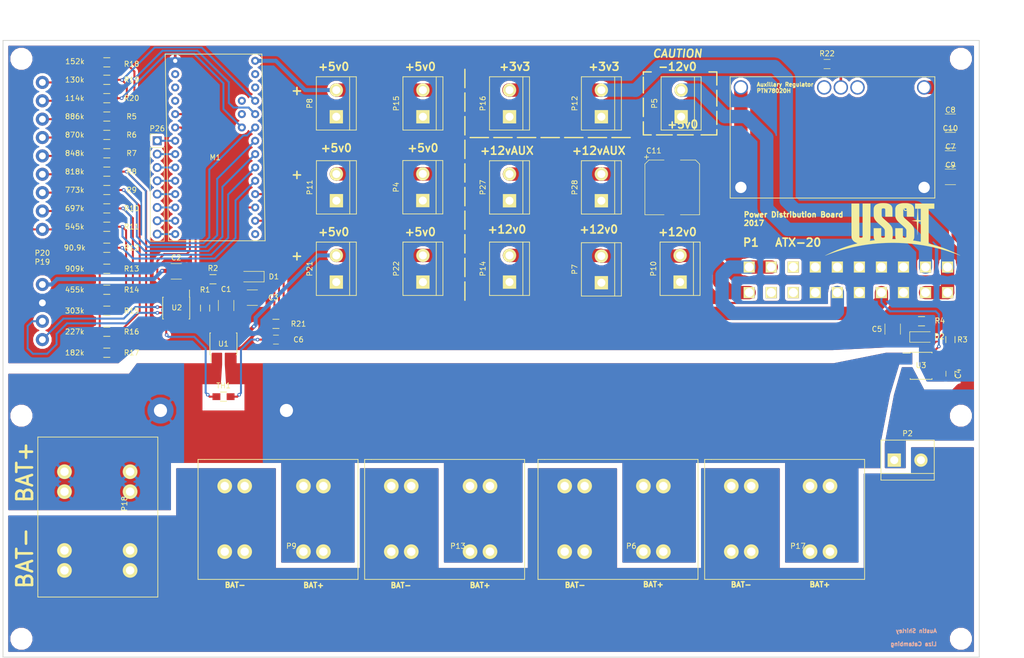
<source format=kicad_pcb>
(kicad_pcb (version 4) (host pcbnew 4.0.4-stable)
  (layers (0 F.Cu signal) (31 B.Cu signal) (34 B.Paste user) (35 F.Paste user) (36 B.SilkS user) (37 F.SilkS user) (38 B.Mask user) (39 F.Mask user) (44 Edge.Cuts user))
  (net 0 "")
  (net 1 3v3)
  (net 2 -12v)
  (net 3 GND)
  (net 4 5v0)
  (net 5 +12v)
  (net 6 VBAT)
  (net 7 GND_REG)
  (net 8 "Net-(C1-Pad1)")
  (net 9 /PowerMonitor/I_SENSE1)
  (net 10 "Net-(C4-Pad1)")
  (net 11 /PowerMonitor/I_SENSE2)
  (net 12 "Net-(D1-Pad2)")
  (net 13 "Net-(D2-Pad2)")
  (net 14 VLOG)
  (net 15 /PowerMonitor/CANL)
  (net 16 /PowerMonitor/CANH)
  (net 17 "Net-(P20-Pad1)")
  (net 18 "Net-(P20-Pad2)")
  (net 19 "Net-(P20-Pad3)")
  (net 20 "Net-(P20-Pad4)")
  (net 21 "Net-(P20-Pad5)")
  (net 22 "Net-(P20-Pad6)")
  (net 23 "Net-(P20-Pad7)")
  (net 24 "Net-(P20-Pad8)")
  (net 25 "Net-(P20-Pad9)")
  (net 26 "Net-(R1-Pad2)")
  (net 27 "Net-(R3-Pad2)")
  (net 28 /PowerMonitor/8+)
  (net 29 /PowerMonitor/7+)
  (net 30 /PowerMonitor/6+)
  (net 31 /PowerMonitor/5+)
  (net 32 /PowerMonitor/4+)
  (net 33 /PowerMonitor/3+)
  (net 34 /PowerMonitor/2+)
  (net 35 /PowerMonitor/1+)
  (net 36 /PowerMonitor/3v3)
  (net 37 "Net-(M1-Pad3)")
  (net 38 "Net-(M1-Pad4)")
  (net 39 /PowerMonitor/Temp)
  (net 40 /PowerMonitor/AUX8)
  (net 41 /PowerMonitor/AUX7)
  (net 42 /PowerMonitor/AUX6)
  (net 43 /PowerMonitor/AUX5)
  (net 44 /PowerMonitor/AUX4)
  (net 45 /PowerMonitor/AUX2)
  (net 46 /PowerMonitor/AUX1)
  (net 47 /PowerMonitor/AUX3)
  (net 48 "Net-(C11-Pad1)")
  (net 49 "Net-(R22-Pad2)")
  (module Mounting_Holes:MountingHole_2.5mm_Pad (layer F.Cu) (at 92.5 105.5)
    (fp_text reference REF** hide)
    (fp_text value MountingHole_2.5mm_Pad)
    (pad 1 thru_hole circle (at 0 0) (size 5 5) (drill 2.5) (layers *.Cu *.Mask) (net 6 VBAT))
  )
  (module USST-footprints:Molex_39531_1002 (layer F.Cu) (at 167.5 78.5 90)
    (fp_text reference P10 (at 0 -5.08 90) (layer F.SilkS))
    (fp_text value CONN_2)
    (pad 1 thru_hole rect (at -2.54 0 90) (size 2.54 2.54) (drill 1.524) (layers *.Cu *.Mask F.SilkS) (net 7 GND_REG))
    (pad 2 thru_hole circle (at 2.54 0 90) (size 2.54 2.54) (drill 1.524) (layers *.Cu *.Mask F.SilkS) (net 5 +12v))
  )
  (module USST-footprints:Molex_39531_1002 (layer F.Cu) (at 118.5 78.5 90)
    (fp_text reference P22 (at 0 -5.08 90) (layer F.SilkS))
    (fp_text value CONN_2)
    (pad 1 thru_hole rect (at -2.54 0 90) (size 2.54 2.54) (drill 1.524) (layers *.Cu *.Mask F.SilkS) (net 7 GND_REG))
    (pad 2 thru_hole circle (at 2.54 0 90) (size 2.54 2.54) (drill 1.524) (layers *.Cu *.Mask F.SilkS) (net 4 5v0))
  )
  (module Mounting_Holes:MountingHole_3.2mm_M3 (layer F.Cu) (at 42 106.5)
    (fp_text reference REF** hide)
    (fp_text value MountingHole_3.2mm_M3)
    (pad 1 np_thru_hole circle (at 0 0) (size 3.2 3.2) (drill 3.2) (layers *.Cu *.Mask))
  )
  (module Mounting_Holes:MountingHole_3.2mm_M3 (layer F.Cu) (at 221 106.5)
    (fp_text reference REF** hide)
    (fp_text value MountingHole_3.2mm_M3)
    (pad 1 np_thru_hole circle (at 0 0) (size 3.2 3.2) (drill 3.2) (layers *.Cu *.Mask))
  )
  (module USST-footprints:Teensy_3.2_NoTail (layer F.Cu) (at 84.005 63.645 180)
    (fp_text reference M1 (at 5.08 6.35 180) (layer F.SilkS))
    (fp_text value Teensy3)
    (pad 13 thru_hole oval (at -2.54 -8.255 180) (size 1.524 1.524) (drill 0.762) (layers *.Cu *.Mask))
    (pad 12 thru_hole oval (at 12.7 -8.255 180) (size 1.524 1.524) (drill 0.762) (layers *.Cu *.Mask) (net 40 /PowerMonitor/AUX8))
    (pad 15 thru_hole oval (at -2.54 -3.175 180) (size 1.524 1.524) (drill 0.762) (layers *.Cu *.Mask) (net 9 /PowerMonitor/I_SENSE1))
    (pad 16 thru_hole oval (at -2.54 -0.635 180) (size 1.524 1.524) (drill 0.762) (layers *.Cu *.Mask) (net 11 /PowerMonitor/I_SENSE2))
    (pad 14 thru_hole oval (at -2.54 -5.715 180) (size 1.524 1.524) (drill 0.762) (layers *.Cu *.Mask) (net 39 /PowerMonitor/Temp))
    (pad 11 thru_hole oval (at 12.7 -5.715 180) (size 1.524 1.524) (drill 0.762) (layers *.Cu *.Mask) (net 41 /PowerMonitor/AUX7))
    (pad 10 thru_hole oval (at 12.7 -3.175 180) (size 1.524 1.524) (drill 0.762) (layers *.Cu *.Mask) (net 42 /PowerMonitor/AUX6))
    (pad 19 thru_hole oval (at -2.54 6.985 180) (size 1.524 1.524) (drill 0.762) (layers *.Cu *.Mask) (net 33 /PowerMonitor/3+))
    (pad 9 thru_hole oval (at 12.7 -0.635 180) (size 1.524 1.524) (drill 0.762) (layers *.Cu *.Mask) (net 43 /PowerMonitor/AUX5))
    (pad 18 thru_hole oval (at -2.54 4.445 180) (size 1.524 1.524) (drill 0.762) (layers *.Cu *.Mask) (net 34 /PowerMonitor/2+))
    (pad 8 thru_hole oval (at 12.7 1.905 180) (size 1.524 1.524) (drill 0.762) (layers *.Cu *.Mask) (net 44 /PowerMonitor/AUX4))
    (pad 20 thru_hole oval (at -2.54 9.525 180) (size 1.524 1.524) (drill 0.762) (layers *.Cu *.Mask) (net 32 /PowerMonitor/4+))
    (pad A10 thru_hole oval (at 0.005 14.605 180) (size 1.524 1.524) (drill 0.762) (layers *.Cu *.Mask))
    (pad 17 thru_hole oval (at -2.54 1.905 180) (size 1.524 1.524) (drill 0.762) (layers *.Cu *.Mask) (net 35 /PowerMonitor/1+))
    (pad AREF thru_hole oval (at 0.005 17.145 180) (size 1.524 1.524) (drill 0.762) (layers *.Cu *.Mask))
    (pad 3v3 thru_hole oval (at -2.54 19.685 180) (size 1.524 1.524) (drill 0.762) (layers *.Cu *.Mask))
    (pad 6 thru_hole oval (at 12.7 6.985 180) (size 1.524 1.524) (drill 0.762) (layers *.Cu *.Mask) (net 45 /PowerMonitor/AUX2))
    (pad A11 thru_hole oval (at 0.005 12.065 180) (size 1.524 1.524) (drill 0.762) (layers *.Cu *.Mask) (net 28 /PowerMonitor/8+))
    (pad VIN thru_hole oval (at -2.54 24.765 180) (size 1.524 1.524) (drill 0.762) (layers *.Cu *.Mask) (net 4 5v0))
    (pad AGND thru_hole oval (at -2.54 22.225 180) (size 1.524 1.524) (drill 0.762) (layers *.Cu *.Mask))
    (pad 5 thru_hole oval (at 12.7 9.525 180) (size 1.524 1.524) (drill 0.762) (layers *.Cu *.Mask) (net 46 /PowerMonitor/AUX1))
    (pad 4 thru_hole oval (at 12.7 12.065 180) (size 1.524 1.524) (drill 0.762) (layers *.Cu *.Mask) (net 38 "Net-(M1-Pad4)"))
    (pad GND thru_hole oval (at 12.7 24.765 180) (size 1.524 1.524) (drill 0.8) (layers *.Cu *.Mask) (net 7 GND_REG))
    (pad 3 thru_hole oval (at 12.7 14.605 180) (size 1.524 1.524) (drill 0.762) (layers *.Cu *.Mask) (net 37 "Net-(M1-Pad3)"))
    (pad 7 thru_hole oval (at 12.7 4.445 180) (size 1.524 1.524) (drill 0.762) (layers *.Cu *.Mask) (net 47 /PowerMonitor/AUX3))
    (pad 2 thru_hole oval (at 12.7 17.145 180) (size 1.524 1.524) (drill 0.762) (layers *.Cu *.Mask))
    (pad 1 thru_hole oval (at 12.7 19.685 180) (size 1.524 1.524) (drill 0.762) (layers *.Cu *.Mask))
    (pad 0 thru_hole oval (at 12.7 22.225 180) (size 1.524 1.524) (drill 0.762) (layers *.Cu *.Mask))
    (pad 22 thru_hole oval (at -2.54 14.605 180) (size 1.524 1.524) (drill 0.762) (layers *.Cu *.Mask) (net 30 /PowerMonitor/6+))
    (pad 21 thru_hole oval (at -2.54 12.065 180) (size 1.524 1.524) (drill 0.762) (layers *.Cu *.Mask) (net 31 /PowerMonitor/5+))
    (pad 23 thru_hole oval (at -2.54 17.145 180) (size 1.524 1.524) (drill 0.762) (layers *.Cu *.Mask) (net 29 /PowerMonitor/7+))
  )
  (module Housings_SOIC:SOIC-8_3.9x4.9mm_Pitch1.27mm (layer F.Cu) (at 213.42 96.99)
    (fp_text reference U3 (at -0.02 -0.09) (layer F.SilkS))
    (fp_text value ACS712)
    (pad 1 smd rect (at -2.7 -1.905) (size 1.55 0.6) (layers F.Cu F.Paste F.Mask) (net 6 VBAT))
    (pad 2 smd rect (at -2.7 -0.635) (size 1.55 0.6) (layers F.Cu F.Paste F.Mask) (net 6 VBAT))
    (pad 3 smd rect (at -2.7 0.635) (size 1.55 0.6) (layers F.Cu F.Paste F.Mask) (net 14 VLOG))
    (pad 4 smd rect (at -2.7 1.905) (size 1.55 0.6) (layers F.Cu F.Paste F.Mask) (net 14 VLOG))
    (pad 5 smd rect (at 2.7 1.905) (size 1.55 0.6) (layers F.Cu F.Paste F.Mask) (net 7 GND_REG))
    (pad 6 smd rect (at 2.7 0.635) (size 1.55 0.6) (layers F.Cu F.Paste F.Mask) (net 10 "Net-(C4-Pad1)"))
    (pad 7 smd rect (at 2.7 -0.635) (size 1.55 0.6) (layers F.Cu F.Paste F.Mask) (net 27 "Net-(R3-Pad2)"))
    (pad 8 smd rect (at 2.7 -1.905) (size 1.55 0.6) (layers F.Cu F.Paste F.Mask) (net 4 5v0))
  )
  (module Housings_SOIC:SOIC-8_3.9x4.9mm_Pitch1.27mm (layer F.Cu) (at 80.495 92.8 90)
    (fp_text reference U1 (at 0 0.005 180) (layer F.SilkS))
    (fp_text value ACS712)
    (pad 1 smd rect (at -2.7 -1.905 90) (size 1.55 0.6) (layers F.Cu F.Paste F.Mask) (net 6 VBAT))
    (pad 2 smd rect (at -2.7 -0.635 90) (size 1.55 0.6) (layers F.Cu F.Paste F.Mask) (net 6 VBAT))
    (pad 3 smd rect (at -2.7 0.635 90) (size 1.55 0.6) (layers F.Cu F.Paste F.Mask) (net 6 VBAT))
    (pad 4 smd rect (at -2.7 1.905 90) (size 1.55 0.6) (layers F.Cu F.Paste F.Mask) (net 6 VBAT))
    (pad 5 smd rect (at 2.7 1.905 90) (size 1.55 0.6) (layers F.Cu F.Paste F.Mask) (net 7 GND_REG))
    (pad 6 smd rect (at 2.7 0.635 90) (size 1.55 0.6) (layers F.Cu F.Paste F.Mask) (net 8 "Net-(C1-Pad1)"))
    (pad 7 smd rect (at 2.7 -0.635 90) (size 1.55 0.6) (layers F.Cu F.Paste F.Mask) (net 26 "Net-(R1-Pad2)"))
    (pad 8 smd rect (at 2.7 -1.905 90) (size 1.55 0.6) (layers F.Cu F.Paste F.Mask) (net 4 5v0))
  )
  (module USST-footprints:ATX20 (layer F.Cu) (at 199.5655 87.87266)
    (fp_text reference P1 (at -18.5655 -14.37266) (layer F.SilkS) (effects (font (thickness 0.3048))))
    (fp_text value ATX-20 (at -9.5655 -14.37266) (layer F.SilkS) (effects (font (thickness 0.3048))))
    (pad 1 thru_hole rect (at 18.89506 -4.83616) (size 2.12598 2.12598) (drill 1.69926) (layers *.Cu *.Mask F.SilkS) (net 1 3v3))
    (pad 2 thru_hole rect (at 18.89506 -9.70026) (size 2.12598 2.12598) (drill 1.69926) (layers *.Cu *.Mask F.SilkS) (net 1 3v3))
    (pad 3 thru_hole rect (at 14.6939 -4.83616) (size 2.12598 2.12598) (drill 1.69926) (layers *.Cu *.Mask F.SilkS) (net 1 3v3))
    (pad 4 thru_hole rect (at 14.6939 -9.70026) (size 2.12598 2.12598) (drill 1.69926) (layers *.Cu *.Mask F.SilkS) (net 2 -12v))
    (pad 5 thru_hole rect (at 10.49528 -4.83616) (size 2.12598 2.12598) (drill 1.69926) (layers *.Cu *.Mask F.SilkS) (net 7 GND_REG))
    (pad 6 thru_hole rect (at 10.49528 -9.70026) (size 2.12598 2.12598) (drill 1.69926) (layers *.Cu *.Mask F.SilkS) (net 7 GND_REG))
    (pad 7 thru_hole rect (at 6.29412 -4.83616) (size 2.12598 2.12598) (drill 1.69926) (layers *.Cu *.Mask F.SilkS) (net 4 5v0))
    (pad 8 thru_hole rect (at 6.29412 -9.70026) (size 2.12598 2.12598) (drill 1.69926) (layers *.Cu *.Mask F.SilkS) (net 7 GND_REG))
    (pad 9 thru_hole rect (at 2.0955 -4.83616) (size 2.12598 2.12598) (drill 1.69926) (layers *.Cu *.Mask F.SilkS) (net 7 GND_REG))
    (pad 10 thru_hole rect (at 2.0955 -9.70026) (size 2.12598 2.12598) (drill 1.69926) (layers *.Cu *.Mask F.SilkS) (net 7 GND_REG))
    (pad 11 thru_hole rect (at -2.10566 -4.83616) (size 2.12598 2.12598) (drill 1.69926) (layers *.Cu *.Mask F.SilkS) (net 4 5v0))
    (pad 12 thru_hole rect (at -2.10566 -9.70026) (size 2.12598 2.12598) (drill 1.69926) (layers *.Cu *.Mask F.SilkS) (net 7 GND_REG))
    (pad 13 thru_hole rect (at -6.30428 -4.83616) (size 2.12598 2.12598) (drill 1.69926) (layers *.Cu *.Mask F.SilkS) (net 7 GND_REG))
    (pad 14 thru_hole rect (at -6.30428 -9.70026) (size 2.12598 2.12598) (drill 1.69926) (layers *.Cu *.Mask F.SilkS) (net 7 GND_REG))
    (pad 15 thru_hole rect (at -10.50544 -4.83616) (size 2.12598 2.12598) (drill 1.69926) (layers *.Cu *.Mask F.SilkS))
    (pad 16 thru_hole rect (at -10.50544 -9.70026) (size 2.12598 2.12598) (drill 1.69926) (layers *.Cu *.Mask F.SilkS))
    (pad 17 thru_hole rect (at -14.70406 -4.83616) (size 2.12598 2.12598) (drill 1.69926) (layers *.Cu *.Mask F.SilkS))
    (pad 18 thru_hole rect (at -14.70406 -9.70026) (size 2.12598 2.12598) (drill 1.69926) (layers *.Cu *.Mask F.SilkS) (net 4 5v0))
    (pad 19 thru_hole rect (at -18.90522 -4.83616) (size 2.12598 2.12598) (drill 1.69926) (layers *.Cu *.Mask F.SilkS) (net 5 +12v))
    (pad 20 thru_hole rect (at -18.90014 -9.70026) (size 2.12598 2.12598) (drill 1.69926) (layers *.Cu *.Mask F.SilkS) (net 4 5v0))
  )
  (module USST-footprints:Phoenix_Contact_1770539 (layer F.Cu) (at 145.509847 119.901837)
    (fp_text reference P6 (at 12.7 11.43) (layer F.SilkS))
    (fp_text value CONN_2)
    (pad 1 thru_hole circle (at 0 0) (size 2.8 2.8) (drill 1.6) (layers *.Cu *.Mask F.SilkS) (net 3 GND))
    (pad 1 thru_hole circle (at 3.8 0) (size 2.8 2.8) (drill 1.6) (layers *.Cu *.Mask F.SilkS) (net 3 GND))
    (pad 1 thru_hole circle (at 0 12.5) (size 2.8 2.8) (drill 1.6) (layers *.Cu *.Mask F.SilkS) (net 3 GND))
    (pad 1 thru_hole circle (at 3.8 12.5) (size 2.8 2.8) (drill 1.6) (layers *.Cu *.Mask F.SilkS) (net 3 GND))
    (pad 2 thru_hole circle (at 15 0) (size 2.8 2.8) (drill 1.6) (layers *.Cu *.Mask F.SilkS) (net 6 VBAT))
    (pad 2 thru_hole circle (at 18.8 0) (size 2.8 2.8) (drill 1.6) (layers *.Cu *.Mask F.SilkS) (net 6 VBAT))
    (pad 2 thru_hole circle (at 15 12.5) (size 2.8 2.8) (drill 1.6) (layers *.Cu *.Mask F.SilkS) (net 6 VBAT))
    (pad 2 thru_hole circle (at 18.8 12.5) (size 2.8 2.8) (drill 1.6) (layers *.Cu *.Mask F.SilkS) (net 6 VBAT))
  )
  (module USST-footprints:Phoenix_Contact_1770539 (layer F.Cu) (at 80.739847 119.901837)
    (fp_text reference P9 (at 12.7 11.43) (layer F.SilkS))
    (fp_text value CONN_2)
    (pad 1 thru_hole circle (at 0 0) (size 2.8 2.8) (drill 1.6) (layers *.Cu *.Mask F.SilkS) (net 3 GND))
    (pad 1 thru_hole circle (at 3.8 0) (size 2.8 2.8) (drill 1.6) (layers *.Cu *.Mask F.SilkS) (net 3 GND))
    (pad 1 thru_hole circle (at 0 12.5) (size 2.8 2.8) (drill 1.6) (layers *.Cu *.Mask F.SilkS) (net 3 GND))
    (pad 1 thru_hole circle (at 3.8 12.5) (size 2.8 2.8) (drill 1.6) (layers *.Cu *.Mask F.SilkS) (net 3 GND))
    (pad 2 thru_hole circle (at 15 0) (size 2.8 2.8) (drill 1.6) (layers *.Cu *.Mask F.SilkS) (net 6 VBAT))
    (pad 2 thru_hole circle (at 18.8 0) (size 2.8 2.8) (drill 1.6) (layers *.Cu *.Mask F.SilkS) (net 6 VBAT))
    (pad 2 thru_hole circle (at 15 12.5) (size 2.8 2.8) (drill 1.6) (layers *.Cu *.Mask F.SilkS) (net 6 VBAT))
    (pad 2 thru_hole circle (at 18.8 12.5) (size 2.8 2.8) (drill 1.6) (layers *.Cu *.Mask F.SilkS) (net 6 VBAT))
  )
  (module USST-footprints:Phoenix_Contact_1770539 (layer F.Cu) (at 112.479847 119.901837)
    (fp_text reference P13 (at 12.7 11.43) (layer F.SilkS))
    (fp_text value CONN_2)
    (pad 1 thru_hole circle (at 0 0) (size 2.8 2.8) (drill 1.6) (layers *.Cu *.Mask F.SilkS) (net 3 GND))
    (pad 1 thru_hole circle (at 3.8 0) (size 2.8 2.8) (drill 1.6) (layers *.Cu *.Mask F.SilkS) (net 3 GND))
    (pad 1 thru_hole circle (at 0 12.5) (size 2.8 2.8) (drill 1.6) (layers *.Cu *.Mask F.SilkS) (net 3 GND))
    (pad 1 thru_hole circle (at 3.8 12.5) (size 2.8 2.8) (drill 1.6) (layers *.Cu *.Mask F.SilkS) (net 3 GND))
    (pad 2 thru_hole circle (at 15 0) (size 2.8 2.8) (drill 1.6) (layers *.Cu *.Mask F.SilkS) (net 6 VBAT))
    (pad 2 thru_hole circle (at 18.8 0) (size 2.8 2.8) (drill 1.6) (layers *.Cu *.Mask F.SilkS) (net 6 VBAT))
    (pad 2 thru_hole circle (at 15 12.5) (size 2.8 2.8) (drill 1.6) (layers *.Cu *.Mask F.SilkS) (net 6 VBAT))
    (pad 2 thru_hole circle (at 18.8 12.5) (size 2.8 2.8) (drill 1.6) (layers *.Cu *.Mask F.SilkS) (net 6 VBAT))
  )
  (module USST-footprints:Phoenix_Contact_1770539 (layer F.Cu) (at 177.259847 119.901837)
    (fp_text reference P17 (at 12.7 11.43) (layer F.SilkS))
    (fp_text value CONN_2)
    (pad 1 thru_hole circle (at 0 0) (size 2.8 2.8) (drill 1.6) (layers *.Cu *.Mask F.SilkS) (net 3 GND))
    (pad 1 thru_hole circle (at 3.8 0) (size 2.8 2.8) (drill 1.6) (layers *.Cu *.Mask F.SilkS) (net 3 GND))
    (pad 1 thru_hole circle (at 0 12.5) (size 2.8 2.8) (drill 1.6) (layers *.Cu *.Mask F.SilkS) (net 3 GND))
    (pad 1 thru_hole circle (at 3.8 12.5) (size 2.8 2.8) (drill 1.6) (layers *.Cu *.Mask F.SilkS) (net 3 GND))
    (pad 2 thru_hole circle (at 15 0) (size 2.8 2.8) (drill 1.6) (layers *.Cu *.Mask F.SilkS) (net 6 VBAT))
    (pad 2 thru_hole circle (at 18.8 0) (size 2.8 2.8) (drill 1.6) (layers *.Cu *.Mask F.SilkS) (net 6 VBAT))
    (pad 2 thru_hole circle (at 15 12.5) (size 2.8 2.8) (drill 1.6) (layers *.Cu *.Mask F.SilkS) (net 6 VBAT))
    (pad 2 thru_hole circle (at 18.8 12.5) (size 2.8 2.8) (drill 1.6) (layers *.Cu *.Mask F.SilkS) (net 6 VBAT))
  )
  (module USST-footprints:Phoenix_Contact_1770539 (layer F.Cu) (at 50.209847 135.971837 90)
    (fp_text reference P18 (at 12.7 11.43 90) (layer F.SilkS))
    (fp_text value CONN_2)
    (pad 1 thru_hole circle (at 0 0 90) (size 2.8 2.8) (drill 1.6) (layers *.Cu *.Mask F.SilkS) (net 3 GND))
    (pad 1 thru_hole circle (at 3.8 0 90) (size 2.8 2.8) (drill 1.6) (layers *.Cu *.Mask F.SilkS) (net 3 GND))
    (pad 1 thru_hole circle (at 0 12.5 90) (size 2.8 2.8) (drill 1.6) (layers *.Cu *.Mask F.SilkS) (net 3 GND))
    (pad 1 thru_hole circle (at 3.8 12.5 90) (size 2.8 2.8) (drill 1.6) (layers *.Cu *.Mask F.SilkS) (net 3 GND))
    (pad 2 thru_hole circle (at 15 0 90) (size 2.8 2.8) (drill 1.6) (layers *.Cu *.Mask F.SilkS) (net 6 VBAT))
    (pad 2 thru_hole circle (at 18.8 0 90) (size 2.8 2.8) (drill 1.6) (layers *.Cu *.Mask F.SilkS) (net 6 VBAT))
    (pad 2 thru_hole circle (at 15 12.5 90) (size 2.8 2.8) (drill 1.6) (layers *.Cu *.Mask F.SilkS) (net 6 VBAT))
    (pad 2 thru_hole circle (at 18.8 12.5 90) (size 2.8 2.8) (drill 1.6) (layers *.Cu *.Mask F.SilkS) (net 6 VBAT))
  )
  (module Resistors_SMD:R_0805_HandSoldering (layer F.Cu) (at 77 86 270)
    (fp_text reference R1 (at -3.5 0 360) (layer F.SilkS))
    (fp_text value 2k)
    (pad 1 smd rect (at -1.35 0 270) (size 1.5 1.3) (layers F.Cu F.Paste F.Mask) (net 12 "Net-(D1-Pad2)"))
    (pad 2 smd rect (at 1.35 0 270) (size 1.5 1.3) (layers F.Cu F.Paste F.Mask) (net 26 "Net-(R1-Pad2)"))
  )
  (module Resistors_SMD:R_0805_HandSoldering (layer F.Cu) (at 78.5 80.5)
    (fp_text reference R2 (at 0 -2.1) (layer F.SilkS))
    (fp_text value 10k)
    (pad 1 smd rect (at -1.35 0) (size 1.5 1.3) (layers F.Cu F.Paste F.Mask) (net 12 "Net-(D1-Pad2)"))
    (pad 2 smd rect (at 1.35 0) (size 1.5 1.3) (layers F.Cu F.Paste F.Mask) (net 7 GND_REG))
  )
  (module Resistors_SMD:R_0805_HandSoldering (layer F.Cu) (at 219 92 270)
    (fp_text reference R3 (at 0 -2.3 360) (layer F.SilkS))
    (fp_text value 2k)
    (pad 1 smd rect (at -1.35 0 270) (size 1.5 1.3) (layers F.Cu F.Paste F.Mask) (net 13 "Net-(D2-Pad2)"))
    (pad 2 smd rect (at 1.35 0 270) (size 1.5 1.3) (layers F.Cu F.Paste F.Mask) (net 27 "Net-(R3-Pad2)"))
  )
  (module Resistors_SMD:R_0805_HandSoldering (layer F.Cu) (at 213.5 88.5 180)
    (fp_text reference R4 (at -3.5 0.1 180) (layer F.SilkS))
    (fp_text value 10k)
    (pad 1 smd rect (at -1.35 0 180) (size 1.5 1.3) (layers F.Cu F.Paste F.Mask) (net 13 "Net-(D2-Pad2)"))
    (pad 2 smd rect (at 1.35 0 180) (size 1.5 1.3) (layers F.Cu F.Paste F.Mask) (net 7 GND_REG))
  )
  (module Resistors_SMD:R_0805_HandSoldering (layer F.Cu) (at 58.271 49.5 180)
    (fp_text reference R5 (at -4.729 0 180) (layer F.SilkS))
    (fp_text value 886k (at 6.11596 0 180) (layer F.SilkS))
    (pad 1 smd rect (at -1.35 0 180) (size 1.5 1.3) (layers F.Cu F.Paste F.Mask) (net 28 /PowerMonitor/8+))
    (pad 2 smd rect (at 1.35 0 180) (size 1.5 1.3) (layers F.Cu F.Paste F.Mask) (net 25 "Net-(P20-Pad9)"))
  )
  (module Resistors_SMD:R_0805_HandSoldering (layer F.Cu) (at 58.271 53 180)
    (fp_text reference R6 (at -4.729 0 180) (layer F.SilkS))
    (fp_text value 870k (at 6.11596 0 180) (layer F.SilkS))
    (pad 1 smd rect (at -1.35 0 180) (size 1.5 1.3) (layers F.Cu F.Paste F.Mask) (net 29 /PowerMonitor/7+))
    (pad 2 smd rect (at 1.35 0 180) (size 1.5 1.3) (layers F.Cu F.Paste F.Mask) (net 24 "Net-(P20-Pad8)"))
  )
  (module Resistors_SMD:R_0805_HandSoldering (layer F.Cu) (at 58.271 56.5 180)
    (fp_text reference R7 (at -4.729 0 180) (layer F.SilkS))
    (fp_text value 848k (at 6.11596 0 180) (layer F.SilkS))
    (pad 1 smd rect (at -1.35 0 180) (size 1.5 1.3) (layers F.Cu F.Paste F.Mask) (net 30 /PowerMonitor/6+))
    (pad 2 smd rect (at 1.35 0 180) (size 1.5 1.3) (layers F.Cu F.Paste F.Mask) (net 23 "Net-(P20-Pad7)"))
  )
  (module Resistors_SMD:R_0805_HandSoldering (layer F.Cu) (at 58.271 60 180)
    (fp_text reference R8 (at -4.729 0 180) (layer F.SilkS))
    (fp_text value 818k (at 6.11596 0 180) (layer F.SilkS))
    (pad 1 smd rect (at -1.35 0 180) (size 1.5 1.3) (layers F.Cu F.Paste F.Mask) (net 31 /PowerMonitor/5+))
    (pad 2 smd rect (at 1.35 0 180) (size 1.5 1.3) (layers F.Cu F.Paste F.Mask) (net 22 "Net-(P20-Pad6)"))
  )
  (module Resistors_SMD:R_0805_HandSoldering (layer F.Cu) (at 58.271 63.5 180)
    (fp_text reference R9 (at -4.729 0 180) (layer F.SilkS))
    (fp_text value 773k (at 6.11596 0 180) (layer F.SilkS))
    (pad 1 smd rect (at -1.35 0 180) (size 1.5 1.3) (layers F.Cu F.Paste F.Mask) (net 32 /PowerMonitor/4+))
    (pad 2 smd rect (at 1.35 0 180) (size 1.5 1.3) (layers F.Cu F.Paste F.Mask) (net 21 "Net-(P20-Pad5)"))
  )
  (module Resistors_SMD:R_0805_HandSoldering (layer F.Cu) (at 58.271 67 180)
    (fp_text reference R10 (at -4.729 0 180) (layer F.SilkS))
    (fp_text value 697k (at 6.11596 0 180) (layer F.SilkS))
    (pad 1 smd rect (at -1.35 0 180) (size 1.5 1.3) (layers F.Cu F.Paste F.Mask) (net 33 /PowerMonitor/3+))
    (pad 2 smd rect (at 1.35 0 180) (size 1.5 1.3) (layers F.Cu F.Paste F.Mask) (net 20 "Net-(P20-Pad4)"))
  )
  (module Resistors_SMD:R_0805_HandSoldering (layer F.Cu) (at 58.271 70.5 180)
    (fp_text reference R11 (at -4.729 0 180) (layer F.SilkS))
    (fp_text value 545k (at 6.11596 0 180) (layer F.SilkS))
    (pad 1 smd rect (at -1.35 0 180) (size 1.5 1.3) (layers F.Cu F.Paste F.Mask) (net 34 /PowerMonitor/2+))
    (pad 2 smd rect (at 1.35 0 180) (size 1.5 1.3) (layers F.Cu F.Paste F.Mask) (net 19 "Net-(P20-Pad3)"))
  )
  (module Resistors_SMD:R_0805_HandSoldering (layer F.Cu) (at 58.271 74.5 180)
    (fp_text reference R12 (at -4.729 0 180) (layer F.SilkS))
    (fp_text value 90.9k (at 6.11596 0 180) (layer F.SilkS))
    (pad 1 smd rect (at -1.35 0 180) (size 1.5 1.3) (layers F.Cu F.Paste F.Mask) (net 35 /PowerMonitor/1+))
    (pad 2 smd rect (at 1.35 0 180) (size 1.5 1.3) (layers F.Cu F.Paste F.Mask) (net 18 "Net-(P20-Pad2)"))
  )
  (module Resistors_SMD:R_0805_HandSoldering (layer F.Cu) (at 58.271 78.5 180)
    (fp_text reference R13 (at -4.729 0 180) (layer F.SilkS))
    (fp_text value 909k (at 6.11596 0 180) (layer F.SilkS))
    (pad 1 smd rect (at -1.35 0 180) (size 1.5 1.3) (layers F.Cu F.Paste F.Mask) (net 35 /PowerMonitor/1+))
    (pad 2 smd rect (at 1.35 0 180) (size 1.5 1.3) (layers F.Cu F.Paste F.Mask) (net 17 "Net-(P20-Pad1)"))
  )
  (module Resistors_SMD:R_0805_HandSoldering (layer F.Cu) (at 58.271 82.5 180)
    (fp_text reference R14 (at -4.729 0 180) (layer F.SilkS))
    (fp_text value 455k (at 6.11596 0 180) (layer F.SilkS))
    (pad 1 smd rect (at -1.35 0 180) (size 1.5 1.3) (layers F.Cu F.Paste F.Mask) (net 34 /PowerMonitor/2+))
    (pad 2 smd rect (at 1.35 0 180) (size 1.5 1.3) (layers F.Cu F.Paste F.Mask) (net 17 "Net-(P20-Pad1)"))
  )
  (module Resistors_SMD:R_0805_HandSoldering (layer F.Cu) (at 58.271 86.5 180)
    (fp_text reference R15 (at -4.729 0 180) (layer F.SilkS))
    (fp_text value 303k (at 6.11596 0 180) (layer F.SilkS))
    (pad 1 smd rect (at -1.35 0 180) (size 1.5 1.3) (layers F.Cu F.Paste F.Mask) (net 33 /PowerMonitor/3+))
    (pad 2 smd rect (at 1.35 0 180) (size 1.5 1.3) (layers F.Cu F.Paste F.Mask) (net 17 "Net-(P20-Pad1)"))
  )
  (module Resistors_SMD:R_0805_HandSoldering (layer F.Cu) (at 58.271 90.5 180)
    (fp_text reference R16 (at -4.729 0 180) (layer F.SilkS))
    (fp_text value 227k (at 6.11596 0 180) (layer F.SilkS))
    (pad 1 smd rect (at -1.35 0 180) (size 1.5 1.3) (layers F.Cu F.Paste F.Mask) (net 32 /PowerMonitor/4+))
    (pad 2 smd rect (at 1.35 0 180) (size 1.5 1.3) (layers F.Cu F.Paste F.Mask) (net 17 "Net-(P20-Pad1)"))
  )
  (module Resistors_SMD:R_0805_HandSoldering (layer F.Cu) (at 58.271 94.5 180)
    (fp_text reference R17 (at -4.729 0 180) (layer F.SilkS))
    (fp_text value 182k (at 6.11596 0 180) (layer F.SilkS))
    (pad 1 smd rect (at -1.35 0 180) (size 1.5 1.3) (layers F.Cu F.Paste F.Mask) (net 31 /PowerMonitor/5+))
    (pad 2 smd rect (at 1.35 0 180) (size 1.5 1.3) (layers F.Cu F.Paste F.Mask) (net 17 "Net-(P20-Pad1)"))
  )
  (module Resistors_SMD:R_0805_HandSoldering (layer F.Cu) (at 58.271 39.1685 180)
    (fp_text reference R18 (at -4.729 -0.3315 180) (layer F.SilkS))
    (fp_text value 152k (at 6.071 0.1685 180) (layer F.SilkS))
    (pad 1 smd rect (at -1.35 0 180) (size 1.5 1.3) (layers F.Cu F.Paste F.Mask) (net 30 /PowerMonitor/6+))
    (pad 2 smd rect (at 1.35 0 180) (size 1.5 1.3) (layers F.Cu F.Paste F.Mask) (net 17 "Net-(P20-Pad1)"))
  )
  (module Resistors_SMD:R_0805_HandSoldering (layer F.Cu) (at 58.271 42.5 180)
    (fp_text reference R19 (at -4.729 0 180) (layer F.SilkS))
    (fp_text value 130k (at 6.11596 0 180) (layer F.SilkS))
    (pad 1 smd rect (at -1.35 0 180) (size 1.5 1.3) (layers F.Cu F.Paste F.Mask) (net 29 /PowerMonitor/7+))
    (pad 2 smd rect (at 1.35 0 180) (size 1.5 1.3) (layers F.Cu F.Paste F.Mask) (net 17 "Net-(P20-Pad1)"))
  )
  (module Resistors_SMD:R_0805_HandSoldering (layer F.Cu) (at 58.271 46 180)
    (fp_text reference R20 (at -4.729 0 180) (layer F.SilkS))
    (fp_text value 114k (at 6.11596 0 180) (layer F.SilkS))
    (pad 1 smd rect (at -1.35 0 180) (size 1.5 1.3) (layers F.Cu F.Paste F.Mask) (net 28 /PowerMonitor/8+))
    (pad 2 smd rect (at 1.35 0 180) (size 1.5 1.3) (layers F.Cu F.Paste F.Mask) (net 17 "Net-(P20-Pad1)"))
  )
  (module Capacitors_SMD:C_1210 (layer F.Cu) (at 81 85.5 90)
    (fp_text reference C1 (at 3.1 0 180) (layer F.SilkS))
    (fp_text value 1nF)
    (pad 1 smd rect (at -1.5 0 90) (size 1 2.5) (layers F.Cu F.Paste F.Mask) (net 8 "Net-(C1-Pad1)"))
    (pad 2 smd rect (at 1.5 0 90) (size 1 2.5) (layers F.Cu F.Paste F.Mask) (net 7 GND_REG))
  )
  (module Capacitors_SMD:C_1210 (layer F.Cu) (at 71.5 79 180)
    (fp_text reference C2 (at 0 2.6 180) (layer F.SilkS))
    (fp_text value 0.1uF)
    (pad 1 smd rect (at -1.5 0 180) (size 1 2.5) (layers F.Cu F.Paste F.Mask) (net 7 GND_REG))
    (pad 2 smd rect (at 1.5 0 180) (size 1 2.5) (layers F.Cu F.Paste F.Mask) (net 4 5v0))
  )
  (module Capacitors_SMD:C_1210 (layer F.Cu) (at 86 84 180)
    (fp_text reference C3 (at -4 0 180) (layer F.SilkS))
    (fp_text value Test)
    (pad 1 smd rect (at -1.5 0 180) (size 1 2.5) (layers F.Cu F.Paste F.Mask) (net 9 /PowerMonitor/I_SENSE1))
    (pad 2 smd rect (at 1.5 0 180) (size 1 2.5) (layers F.Cu F.Paste F.Mask) (net 7 GND_REG))
  )
  (module Diodes_SMD:D_SOD-123 (layer F.Cu) (at 86 80 180)
    (fp_text reference D1 (at -4.1 0 180) (layer F.SilkS))
    (fp_text value 1N4448W)
    (pad 1 smd rect (at -1.65 0 180) (size 0.9 1.2) (layers F.Cu F.Paste F.Mask) (net 9 /PowerMonitor/I_SENSE1))
    (pad 2 smd rect (at 1.65 0 180) (size 0.9 1.2) (layers F.Cu F.Paste F.Mask) (net 12 "Net-(D1-Pad2)"))
  )
  (module Diodes_SMD:D_SOD-123 (layer F.Cu) (at 213.5 91.5)
    (fp_text reference D2 (at 3.4 -0.1) (layer F.SilkS))
    (fp_text value 1N4448W)
    (pad 1 smd rect (at -1.65 0) (size 0.9 1.2) (layers F.Cu F.Paste F.Mask) (net 11 /PowerMonitor/I_SENSE2))
    (pad 2 smd rect (at 1.65 0) (size 0.9 1.2) (layers F.Cu F.Paste F.Mask) (net 13 "Net-(D2-Pad2)"))
  )
  (module USST-footprints:Molex_39531_1002 (layer F.Cu) (at 210.844 114.961)
    (fp_text reference P2 (at 0 -5.08) (layer F.SilkS))
    (fp_text value CONN_2)
    (pad 1 thru_hole rect (at -2.54 0) (size 2.54 2.54) (drill 1.524) (layers *.Cu *.Mask F.SilkS) (net 14 VLOG))
    (pad 2 thru_hole circle (at 2.54 0) (size 2.54 2.54) (drill 1.524) (layers *.Cu *.Mask F.SilkS) (net 3 GND))
  )
  (module USST-footprints:Molex_39531_1002 (layer F.Cu) (at 118.476 62.9658 90)
    (fp_text reference P4 (at 0 -5.08 90) (layer F.SilkS))
    (fp_text value CONN_2)
    (pad 1 thru_hole rect (at -2.54 0 90) (size 2.54 2.54) (drill 1.524) (layers *.Cu *.Mask F.SilkS) (net 7 GND_REG))
    (pad 2 thru_hole circle (at 2.54 0 90) (size 2.54 2.54) (drill 1.524) (layers *.Cu *.Mask F.SilkS) (net 4 5v0))
  )
  (module USST-footprints:Molex_39531_1002 (layer F.Cu) (at 167.7 47 90)
    (fp_text reference P5 (at 0 -5.08 90) (layer F.SilkS))
    (fp_text value CONN_2)
    (pad 1 thru_hole rect (at -2.54 0 90) (size 2.54 2.54) (drill 1.524) (layers *.Cu *.Mask F.SilkS) (net 7 GND_REG))
    (pad 2 thru_hole circle (at 2.54 0 90) (size 2.54 2.54) (drill 1.524) (layers *.Cu *.Mask F.SilkS) (net 2 -12v))
  )
  (module USST-footprints:Molex_39531_1002 (layer F.Cu) (at 152.5 78.621133 90)
    (fp_text reference P7 (at 0 -5.08 90) (layer F.SilkS))
    (fp_text value CONN_2)
    (pad 1 thru_hole rect (at -2.54 0 90) (size 2.54 2.54) (drill 1.524) (layers *.Cu *.Mask F.SilkS) (net 7 GND_REG))
    (pad 2 thru_hole circle (at 2.54 0 90) (size 2.54 2.54) (drill 1.524) (layers *.Cu *.Mask F.SilkS) (net 5 +12v))
  )
  (module USST-footprints:Molex_39531_1002 (layer F.Cu) (at 102 47 90)
    (fp_text reference P8 (at 0 -5.08 90) (layer F.SilkS))
    (fp_text value CONN_2)
    (pad 1 thru_hole rect (at -2.54 0 90) (size 2.54 2.54) (drill 1.524) (layers *.Cu *.Mask F.SilkS) (net 7 GND_REG))
    (pad 2 thru_hole circle (at 2.54 0 90) (size 2.54 2.54) (drill 1.524) (layers *.Cu *.Mask F.SilkS) (net 4 5v0))
  )
  (module USST-footprints:Molex_39531_1002 (layer F.Cu) (at 102.0168 62.9912 90)
    (fp_text reference P11 (at 0 -5.08 90) (layer F.SilkS))
    (fp_text value CONN_2)
    (pad 1 thru_hole rect (at -2.54 0 90) (size 2.54 2.54) (drill 1.524) (layers *.Cu *.Mask F.SilkS) (net 7 GND_REG))
    (pad 2 thru_hole circle (at 2.54 0 90) (size 2.54 2.54) (drill 1.524) (layers *.Cu *.Mask F.SilkS) (net 4 5v0))
  )
  (module USST-footprints:Molex_39531_1002 (layer F.Cu) (at 152.5 47 90)
    (fp_text reference P12 (at 0 -5.08 90) (layer F.SilkS))
    (fp_text value CONN_2)
    (pad 1 thru_hole rect (at -2.54 0 90) (size 2.54 2.54) (drill 1.524) (layers *.Cu *.Mask F.SilkS) (net 7 GND_REG))
    (pad 2 thru_hole circle (at 2.54 0 90) (size 2.54 2.54) (drill 1.524) (layers *.Cu *.Mask F.SilkS) (net 1 3v3))
  )
  (module USST-footprints:Molex_39531_1002 (layer F.Cu) (at 135 78.5 90)
    (fp_text reference P14 (at 0 -5.08 90) (layer F.SilkS))
    (fp_text value CONN_2)
    (pad 1 thru_hole rect (at -2.54 0 90) (size 2.54 2.54) (drill 1.524) (layers *.Cu *.Mask F.SilkS) (net 7 GND_REG))
    (pad 2 thru_hole circle (at 2.54 0 90) (size 2.54 2.54) (drill 1.524) (layers *.Cu *.Mask F.SilkS) (net 5 +12v))
  )
  (module USST-footprints:Molex_39531_1002 (layer F.Cu) (at 118.5 47 90)
    (fp_text reference P15 (at 0 -5.08 90) (layer F.SilkS))
    (fp_text value CONN_2)
    (pad 1 thru_hole rect (at -2.54 0 90) (size 2.54 2.54) (drill 1.524) (layers *.Cu *.Mask F.SilkS) (net 7 GND_REG))
    (pad 2 thru_hole circle (at 2.54 0 90) (size 2.54 2.54) (drill 1.524) (layers *.Cu *.Mask F.SilkS) (net 4 5v0))
  )
  (module USST-footprints:Molex_39531_1002 (layer F.Cu) (at 135 47 90)
    (fp_text reference P16 (at 0 -5.08 90) (layer F.SilkS))
    (fp_text value CONN_2)
    (pad 1 thru_hole rect (at -2.54 0 90) (size 2.54 2.54) (drill 1.524) (layers *.Cu *.Mask F.SilkS) (net 7 GND_REG))
    (pad 2 thru_hole circle (at 2.54 0 90) (size 2.54 2.54) (drill 1.524) (layers *.Cu *.Mask F.SilkS) (net 1 3v3))
  )
  (module USST-footprints:Molex_39502_1004R (layer F.Cu) (at 46 81.5 270)
    (fp_text reference P19 (at -4.3 0 360) (layer F.SilkS))
    (fp_text value CAN_CONN)
    (pad 1 thru_hole circle (at 0 0 270) (size 2.5 2.5) (drill 1.3) (layers *.Cu *.Mask) (net 4 5v0))
    (pad 2 thru_hole circle (at 3.5 0 270) (size 2.5 2.5) (drill 1.3) (layers *.Cu *.Mask) (net 7 GND_REG))
    (pad 3 thru_hole circle (at 7 0 270) (size 2.5 2.5) (drill 1.3) (layers *.Cu *.Mask) (net 15 /PowerMonitor/CANL))
    (pad 4 thru_hole circle (at 10.5 0 270) (size 2.5 2.5) (drill 1.3) (layers *.Cu *.Mask) (net 16 /PowerMonitor/CANH))
  )
  (module USST-footprints:Molex_39502_1009R (layer B.Cu) (at 46 71 90)
    (fp_text reference P20 (at -4.5 0 360) (layer F.SilkS))
    (fp_text value BAT_CONN)
    (pad 1 thru_hole circle (at 0 0 90) (size 2.5 2.5) (drill 1.3) (layers *.Cu *.Mask) (net 17 "Net-(P20-Pad1)"))
    (pad 2 thru_hole circle (at 3.5 0 90) (size 2.5 2.5) (drill 1.3) (layers *.Cu *.Mask) (net 18 "Net-(P20-Pad2)"))
    (pad 3 thru_hole circle (at 7 0 90) (size 2.5 2.5) (drill 1.3) (layers *.Cu *.Mask) (net 19 "Net-(P20-Pad3)"))
    (pad 4 thru_hole circle (at 10.5 0 90) (size 2.5 2.5) (drill 1.3) (layers *.Cu *.Mask) (net 20 "Net-(P20-Pad4)"))
    (pad 5 thru_hole circle (at 14 0 90) (size 2.5 2.5) (drill 1.3) (layers *.Cu *.Mask) (net 21 "Net-(P20-Pad5)"))
    (pad 6 thru_hole circle (at 17.5 0 90) (size 2.5 2.5) (drill 1.3) (layers *.Cu *.Mask) (net 22 "Net-(P20-Pad6)"))
    (pad 7 thru_hole circle (at 21 0 90) (size 2.5 2.5) (drill 1.3) (layers *.Cu *.Mask) (net 23 "Net-(P20-Pad7)"))
    (pad 8 thru_hole circle (at 24.5 0 90) (size 2.5 2.5) (drill 1.3) (layers *.Cu *.Mask) (net 24 "Net-(P20-Pad8)"))
    (pad 9 thru_hole circle (at 28 0 90) (size 2.5 2.5) (drill 1.3) (layers *.Cu *.Mask) (net 25 "Net-(P20-Pad9)"))
  )
  (module Housings_SOIC:SOIC-8_3.9x4.9mm_Pitch1.27mm (layer F.Cu) (at 71.5 86 270)
    (fp_text reference U2 (at -0.1 -0.1 360) (layer F.SilkS))
    (fp_text value MCP2562)
    (pad 1 smd rect (at -2.7 -1.905 270) (size 1.55 0.6) (layers F.Cu F.Paste F.Mask) (net 37 "Net-(M1-Pad3)"))
    (pad 2 smd rect (at -2.7 -0.635 270) (size 1.55 0.6) (layers F.Cu F.Paste F.Mask) (net 7 GND_REG))
    (pad 3 smd rect (at -2.7 0.635 270) (size 1.55 0.6) (layers F.Cu F.Paste F.Mask) (net 4 5v0))
    (pad 4 smd rect (at -2.7 1.905 270) (size 1.55 0.6) (layers F.Cu F.Paste F.Mask) (net 38 "Net-(M1-Pad4)"))
    (pad 5 smd rect (at 2.7 1.905 270) (size 1.55 0.6) (layers F.Cu F.Paste F.Mask) (net 36 /PowerMonitor/3v3))
    (pad 6 smd rect (at 2.7 0.635 270) (size 1.55 0.6) (layers F.Cu F.Paste F.Mask) (net 15 /PowerMonitor/CANL))
    (pad 7 smd rect (at 2.7 -0.635 270) (size 1.55 0.6) (layers F.Cu F.Paste F.Mask) (net 16 /PowerMonitor/CANH))
    (pad 8 smd rect (at 2.7 -1.905 270) (size 1.55 0.6) (layers F.Cu F.Paste F.Mask) (net 7 GND_REG))
  )
  (module Capacitors_SMD:C_1210 (layer F.Cu) (at 208 90 90)
    (fp_text reference C5 (at 0 -3 180) (layer F.SilkS))
    (fp_text value Test)
    (pad 1 smd rect (at -1.5 0 90) (size 1 2.5) (layers F.Cu F.Paste F.Mask) (net 11 /PowerMonitor/I_SENSE2))
    (pad 2 smd rect (at 1.5 0 90) (size 1 2.5) (layers F.Cu F.Paste F.Mask) (net 7 GND_REG))
  )
  (module Capacitors_SMD:C_0805_HandSoldering (layer F.Cu) (at 90.5 92)
    (fp_text reference C6 (at 4.3 0) (layer F.SilkS))
    (fp_text value 100n)
    (pad 1 smd rect (at -1.25 0) (size 1.5 1.25) (layers F.Cu F.Paste F.Mask) (net 39 /PowerMonitor/Temp))
    (pad 2 smd rect (at 1.25 0) (size 1.5 1.25) (layers F.Cu F.Paste F.Mask) (net 7 GND_REG))
  )
  (module Resistors_SMD:R_0805_HandSoldering (layer F.Cu) (at 90.5 89)
    (fp_text reference R21 (at 4.3 0) (layer F.SilkS))
    (fp_text value 10k)
    (pad 1 smd rect (at -1.35 0) (size 1.5 1.3) (layers F.Cu F.Paste F.Mask) (net 39 /PowerMonitor/Temp))
    (pad 2 smd rect (at 1.35 0) (size 1.5 1.3) (layers F.Cu F.Paste F.Mask) (net 7 GND_REG))
  )
  (module Resistors_SMD:R_0805_HandSoldering (layer F.Cu) (at 80.51 102.87)
    (fp_text reference TH1 (at 0 -2.1) (layer F.SilkS))
    (fp_text value NTC-10k)
    (pad 1 smd rect (at -1.35 0) (size 1.5 1.3) (layers F.Cu F.Paste F.Mask) (net 36 /PowerMonitor/3v3))
    (pad 2 smd rect (at 1.35 0) (size 1.5 1.3) (layers F.Cu F.Paste F.Mask) (net 39 /PowerMonitor/Temp))
  )
  (module USST-footprints:Molex_39531_1002 (layer F.Cu) (at 102 78.5 90)
    (fp_text reference P21 (at 0 -5.08 90) (layer F.SilkS))
    (fp_text value CONN_2)
    (pad 1 thru_hole rect (at -2.54 0 90) (size 2.54 2.54) (drill 1.524) (layers *.Cu *.Mask F.SilkS) (net 7 GND_REG))
    (pad 2 thru_hole circle (at 2.54 0 90) (size 2.54 2.54) (drill 1.524) (layers *.Cu *.Mask F.SilkS) (net 4 5v0))
  )
  (module Mounting_Holes:MountingHole_3.2mm_M3 (layer F.Cu) (at 221 38.5)
    (fp_text reference REF** hide)
    (fp_text value MountingHole_3.2mm_M3)
    (pad 1 np_thru_hole circle (at 0 0) (size 3.2 3.2) (drill 3.2) (layers *.Cu *.Mask))
  )
  (module Mounting_Holes:MountingHole_3.2mm_M3 (layer F.Cu) (at 221 149)
    (fp_text reference REF** hide)
    (fp_text value MountingHole_3.2mm_M3)
    (pad 1 np_thru_hole circle (at 0 0) (size 3.2 3.2) (drill 3.2) (layers *.Cu *.Mask))
  )
  (module Mounting_Holes:MountingHole_3.2mm_M3 (layer F.Cu) (at 42 149)
    (fp_text reference REF** hide)
    (fp_text value MountingHole_3.2mm_M3)
    (pad 1 np_thru_hole circle (at 0 0) (size 3.2 3.2) (drill 3.2) (layers *.Cu *.Mask))
  )
  (module Mounting_Holes:MountingHole_3.2mm_M3 (layer F.Cu) (at 42 38.5)
    (fp_text reference REF** hide)
    (fp_text value MountingHole_3.2mm_M3)
    (pad 1 np_thru_hole circle (at 0 0) (size 3.2 3.2) (drill 3.2) (layers *.Cu *.Mask))
  )
  (module USST-footprints:USSTLOGO (layer F.Cu) (at 208 71)
    (fp_text reference G*** hide)
    (fp_text value LOGO hide)
  )
  (module Socket_Strips:Socket_Strip_Straight_1x08_Pitch2.54mm (layer F.Cu) (at 67.88 54.12)
    (fp_text reference P26 (at 0 -2.33) (layer F.SilkS))
    (fp_text value CONN_8)
    (pad 1 thru_hole rect (at 0 0) (size 1.7 1.7) (drill 1) (layers *.Cu *.Mask) (net 46 /PowerMonitor/AUX1))
    (pad 2 thru_hole oval (at 0 2.54) (size 1.7 1.7) (drill 1) (layers *.Cu *.Mask) (net 45 /PowerMonitor/AUX2))
    (pad 3 thru_hole oval (at 0 5.08) (size 1.7 1.7) (drill 1) (layers *.Cu *.Mask) (net 47 /PowerMonitor/AUX3))
    (pad 4 thru_hole oval (at 0 7.62) (size 1.7 1.7) (drill 1) (layers *.Cu *.Mask) (net 44 /PowerMonitor/AUX4))
    (pad 5 thru_hole oval (at 0 10.16) (size 1.7 1.7) (drill 1) (layers *.Cu *.Mask) (net 43 /PowerMonitor/AUX5))
    (pad 6 thru_hole oval (at 0 12.7) (size 1.7 1.7) (drill 1) (layers *.Cu *.Mask) (net 42 /PowerMonitor/AUX6))
    (pad 7 thru_hole oval (at 0 15.24) (size 1.7 1.7) (drill 1) (layers *.Cu *.Mask) (net 41 /PowerMonitor/AUX7))
    (pad 8 thru_hole oval (at 0 17.78) (size 1.7 1.7) (drill 1) (layers *.Cu *.Mask) (net 40 /PowerMonitor/AUX8))
  )
  (module Capacitors_SMD:C_1210 (layer F.Cu) (at 219 57.5)
    (fp_text reference C7 (at 0 -2.25) (layer F.SilkS))
    (fp_text value 4.7u)
    (pad 1 smd rect (at -1.5 0) (size 1 2.5) (layers F.Cu F.Paste F.Mask) (net 7 GND_REG))
    (pad 2 smd rect (at 1.5 0) (size 1 2.5) (layers F.Cu F.Paste F.Mask) (net 14 VLOG))
  )
  (module Capacitors_SMD:C_1210 (layer F.Cu) (at 219 50.5)
    (fp_text reference C8 (at 0 -2.25) (layer F.SilkS))
    (fp_text value 4.7u)
    (pad 1 smd rect (at -1.5 0) (size 1 2.5) (layers F.Cu F.Paste F.Mask) (net 7 GND_REG))
    (pad 2 smd rect (at 1.5 0) (size 1 2.5) (layers F.Cu F.Paste F.Mask) (net 14 VLOG))
  )
  (module Capacitors_SMD:C_1210 (layer F.Cu) (at 219 61)
    (fp_text reference C9 (at 0 -2.25) (layer F.SilkS))
    (fp_text value 4.7u)
    (pad 1 smd rect (at -1.5 0) (size 1 2.5) (layers F.Cu F.Paste F.Mask) (net 7 GND_REG))
    (pad 2 smd rect (at 1.5 0) (size 1 2.5) (layers F.Cu F.Paste F.Mask) (net 14 VLOG))
  )
  (module Capacitors_SMD:C_1210 (layer F.Cu) (at 219 54)
    (fp_text reference C10 (at 0 -2.25) (layer F.SilkS))
    (fp_text value 4.7u)
    (pad 1 smd rect (at -1.5 0) (size 1 2.5) (layers F.Cu F.Paste F.Mask) (net 7 GND_REG))
    (pad 2 smd rect (at 1.5 0) (size 1 2.5) (layers F.Cu F.Paste F.Mask) (net 14 VLOG))
  )
  (module Capacitors_SMD:CP_Elec_10x10.5 (layer F.Cu) (at 166 63 270)
    (fp_text reference C11 (at -7 3.5 360) (layer F.SilkS))
    (fp_text value 330u)
    (fp_text user + (at -5.78 4.97 270) (layer F.SilkS))
    (pad 1 smd rect (at -4 0 90) (size 4 2.5) (layers F.Cu F.Paste F.Mask) (net 48 "Net-(C11-Pad1)"))
    (pad 2 smd rect (at 4 0 90) (size 4 2.5) (layers F.Cu F.Paste F.Mask) (net 7 GND_REG))
  )
  (module USST-footprints:Molex_39531_1002 (layer F.Cu) (at 135 63 90)
    (fp_text reference P27 (at 0 -5.08 90) (layer F.SilkS))
    (fp_text value CONN_2)
    (pad 1 thru_hole rect (at -2.54 0 90) (size 2.54 2.54) (drill 1.524) (layers *.Cu *.Mask F.SilkS) (net 7 GND_REG))
    (pad 2 thru_hole circle (at 2.54 0 90) (size 2.54 2.54) (drill 1.524) (layers *.Cu *.Mask F.SilkS) (net 48 "Net-(C11-Pad1)"))
  )
  (module USST-footprints:Molex_39531_1002 (layer F.Cu) (at 152.5 63 90)
    (fp_text reference P28 (at 0 -5.08 90) (layer F.SilkS))
    (fp_text value CONN_2)
    (pad 1 thru_hole rect (at -2.54 0 90) (size 2.54 2.54) (drill 1.524) (layers *.Cu *.Mask F.SilkS) (net 7 GND_REG))
    (pad 2 thru_hole circle (at 2.54 0 90) (size 2.54 2.54) (drill 1.524) (layers *.Cu *.Mask F.SilkS) (net 48 "Net-(C11-Pad1)"))
  )
  (module Resistors_SMD:R_0805 (layer F.Cu) (at 195.5 39.5)
    (fp_text reference R22 (at 0 -2) (layer F.SilkS))
    (fp_text value 383k)
    (pad 1 smd rect (at -0.95 0) (size 0.7 1.3) (layers F.Cu F.Paste F.Mask) (net 7 GND_REG))
    (pad 2 smd rect (at 0.95 0) (size 0.7 1.3) (layers F.Cu F.Paste F.Mask) (net 49 "Net-(R22-Pad2)"))
  )
  (module USST-footprints:PTN7820H (layer F.Cu) (at 214.032 63.032 180)
    (fp_text reference U4 (at 3.082 -3.918 180) (layer F.SilkS))
    (fp_text value PTN78020)
    (pad 1 thru_hole circle (at 0.032 0.032 180) (size 2.75 2.75) (drill 2.16) (layers *.Cu *.Mask) (net 7 GND_REG))
    (pad 7 thru_hole circle (at 34.957 0.032 180) (size 2.75 2.75) (drill 2.16) (layers *.Cu *.Mask) (net 7 GND_REG))
    (pad 6 thru_hole circle (at 34.957 19.082 180) (size 2.75 2.75) (drill 2.16) (layers *.Cu *.Mask) (net 48 "Net-(C11-Pad1)"))
    (pad 2 thru_hole circle (at 0.032 19.082 180) (size 2.75 2.75) (drill 2.16) (layers *.Cu *.Mask) (net 14 VLOG))
    (pad 5 thru_hole circle (at 19.082 19.082 180) (size 2.75 2.75) (drill 2.16) (layers *.Cu *.Mask))
    (pad 4 thru_hole circle (at 15.907 19.082 180) (size 2.75 2.75) (drill 2.16) (layers *.Cu *.Mask) (net 49 "Net-(R22-Pad2)"))
    (pad 3 thru_hole circle (at 12.732 19.082 180) (size 2.75 2.75) (drill 2.16) (layers *.Cu *.Mask))
  )
  (module Capacitors_SMD:C_0805 (layer F.Cu) (at 219 98.5 270)
    (fp_text reference C4 (at 0 -1.5 270) (layer F.SilkS))
    (fp_text value 1nF)
    (pad 1 smd rect (at -1 0 270) (size 1 1.25) (layers F.Cu F.Paste F.Mask) (net 10 "Net-(C4-Pad1)"))
    (pad 2 smd rect (at 1 0 270) (size 1 1.25) (layers F.Cu F.Paste F.Mask) (net 7 GND_REG))
  )
  (module Mounting_Holes:MountingHole_2.5mm_Pad (layer F.Cu) (at 68.5 105.5)
    (fp_text reference REF** hide)
    (fp_text value MountingHole_2.5mm_Pad)
    (pad 1 thru_hole circle (at 0 0) (size 5 5) (drill 2.5) (layers *.Cu *.Mask) (net 6 VBAT))
  )
  (gr_line (start 154.5 53.5) (end 158 53.5) (layer F.SilkS) (width 0.254))
  (gr_line (start 150 53.5) (end 153.5 53.5) (layer F.SilkS) (width 0.254))
  (gr_line (start 145.5 53.5) (end 149 53.5) (layer F.SilkS) (width 0.254))
  (gr_line (start 141 53.5) (end 144.5 53.5) (layer F.SilkS) (width 0.254))
  (gr_line (start 136.5 53.5) (end 140 53.5) (layer F.SilkS) (width 0.254))
  (gr_line (start 132 53.5) (end 135.5 53.5) (layer F.SilkS) (width 0.254))
  (gr_line (start 127.5 53.5) (end 131 53.5) (layer F.SilkS) (width 0.254))
  (gr_text "Auxillary Regulator\nPTN78020H" (at 182 44) (layer F.SilkS) (effects (font (size 0.75 0.75) (thickness 0.1875)) (justify left)))
  (gr_line (start 126.5 81) (end 126.5 84.5) (layer F.SilkS) (width 0.254))
  (gr_line (start 126.5 76.5) (end 126.5 80) (layer F.SilkS) (width 0.254))
  (gr_line (start 126.5 72) (end 126.5 75.5) (layer F.SilkS) (width 0.254))
  (gr_line (start 126.5 67.5) (end 126.5 71) (layer F.SilkS) (width 0.254))
  (gr_line (start 126.5 63) (end 126.5 66.5) (layer F.SilkS) (width 0.254))
  (gr_line (start 126.5 58.5) (end 126.5 62) (layer F.SilkS) (width 0.254))
  (gr_line (start 126.5 54) (end 126.5 57.5) (layer F.SilkS) (width 0.254))
  (gr_line (start 126.5 49.5) (end 126.5 53) (layer F.SilkS) (width 0.254))
  (gr_line (start 126.5 45) (end 126.5 48.5) (layer F.SilkS) (width 0.254))
  (gr_line (start 126.5 40.5) (end 126.5 44) (layer F.SilkS) (width 0.254))
  (gr_line (start 174.5 41) (end 173 41) (layer F.SilkS) (width 0.254))
  (gr_line (start 174.5 43.5) (end 174.5 41) (layer F.SilkS) (width 0.254))
  (gr_line (start 174.5 47.5) (end 174.5 44.5) (layer F.SilkS) (width 0.254))
  (gr_line (start 174.5 51) (end 174.5 48.5) (layer F.SilkS) (width 0.254))
  (gr_line (start 174.5 53) (end 174.5 52) (layer F.SilkS) (width 0.254))
  (gr_line (start 171.5 53) (end 174.5 53) (layer F.SilkS) (width 0.254))
  (gr_text +5v0 (at 101.5 71.5) (layer F.SilkS) (effects (font (size 1.5 1.5) (thickness 0.3))))
  (gr_text +5v0 (at 118 71.5) (layer F.SilkS) (effects (font (size 1.5 1.5) (thickness 0.3))))
  (gr_text +5v0 (at 101.5 40) (layer F.SilkS) (effects (font (size 1.5 1.5) (thickness 0.3))))
  (gr_text BAT+ (at 194.12 138.66) (layer F.SilkS) (effects (font (size 1 1) (thickness 0.25))))
  (gr_text BAT+ (at 162.4 138.65) (layer F.SilkS) (effects (font (size 1 1) (thickness 0.25))))
  (gr_text BAT+ (at 129.39 138.8) (layer F.SilkS) (effects (font (size 1 1) (thickness 0.25))))
  (gr_text BAT+ (at 97.68 138.8) (layer F.SilkS) (effects (font (size 1 1) (thickness 0.25))))
  (gr_text BAT- (at 179.13 138.69) (layer F.SilkS) (effects (font (size 1 1) (thickness 0.25))))
  (gr_text BAT- (at 147.49 138.77) (layer F.SilkS) (effects (font (size 1 1) (thickness 0.25))))
  (gr_text BAT- (at 114.31 138.82) (layer F.SilkS) (effects (font (size 1 1) (thickness 0.25))))
  (gr_text BAT- (at 82.72 138.76) (layer F.SilkS) (effects (font (size 1 1) (thickness 0.25))))
  (gr_text BAT+ (at 42.66 117.28 90) (layer F.SilkS) (effects (font (size 3 3) (thickness 0.5))))
  (gr_text BAT- (at 42.66 133.66 90) (layer F.SilkS) (effects (font (size 3 3) (thickness 0.5))))
  (gr_text "Liza Catambing" (at 212 150) (layer B.SilkS) (effects (font (size 0.75 0.75) (thickness 0.1875)) (justify mirror)))
  (gr_text "Austin Shirley" (at 212.5 147.5) (layer B.SilkS) (effects (font (size 0.75 0.75) (thickness 0.1875)) (justify mirror)))
  (gr_text "Power Distribution Board\n2017" (at 179.5 69) (layer F.SilkS) (effects (font (size 1 1) (thickness 0.25)) (justify left)))
  (gr_line (start 160.5 41) (end 162 41) (layer F.SilkS) (width 0.254))
  (gr_line (start 160.5 41.5) (end 160.5 41) (layer F.SilkS) (width 0.254))
  (gr_line (start 160.5 45) (end 160.5 42) (layer F.SilkS) (width 0.254))
  (gr_line (start 167 53) (end 170 53) (layer F.SilkS) (width 0.254))
  (gr_line (start 163 53) (end 166 53) (layer F.SilkS) (width 0.254))
  (gr_line (start 160.5 53) (end 162 53) (layer F.SilkS) (width 0.254))
  (gr_line (start 160.5 50.5) (end 160.5 53) (layer F.SilkS) (width 0.254))
  (gr_line (start 160.5 46) (end 160.5 49.5) (layer F.SilkS) (width 0.254))
  (gr_text + (at 94.5 76) (layer F.SilkS) (effects (font (size 1.778 1.778) (thickness 0.3))))
  (gr_text + (at 94.5 60.5) (layer F.SilkS) (effects (font (size 1.778 1.778) (thickness 0.3))))
  (gr_text + (at 94.5 44.5) (layer F.SilkS) (effects (font (size 1.778 1.778) (thickness 0.3))))
  (gr_text +12vAUX (at 152 56) (layer F.SilkS) (effects (font (size 1.5 1.5) (thickness 0.3))))
  (gr_text +12vAUX (at 134.5 56) (layer F.SilkS) (effects (font (size 1.5 1.5) (thickness 0.3))))
  (gr_text +12v0 (at 134.5 71) (layer F.SilkS) (effects (font (size 1.5 1.5) (thickness 0.3))))
  (gr_text +12v0 (at 152 71) (layer F.SilkS) (effects (font (size 1.5 1.5) (thickness 0.3))))
  (gr_text +12v0 (at 167 71.5) (layer F.SilkS) (effects (font (size 1.5 1.5) (thickness 0.3))))
  (gr_text +5v0 (at 168 51) (layer F.SilkS) (effects (font (size 1.5 1.5) (thickness 0.3))))
  (gr_text +5v0 (at 118 40) (layer F.SilkS) (effects (font (size 1.5 1.5) (thickness 0.3))))
  (gr_text +5v0 (at 118.5 55.5) (layer F.SilkS) (effects (font (size 1.5 1.5) (thickness 0.3))))
  (gr_text +5v0 (at 102 55.5) (layer F.SilkS) (effects (font (size 1.5 1.5) (thickness 0.3))))
  (gr_text CAUTION (at 167 37.5) (layer F.SilkS) (effects (font (size 1.5 1.5) (thickness 0.3) italic)))
  (gr_text -12v0 (at 167 40) (layer F.SilkS) (effects (font (size 1.5 1.5) (thickness 0.3))))
  (gr_text +3v3 (at 153 40) (layer F.SilkS) (effects (font (size 1.5 1.5) (thickness 0.3))))
  (gr_text +3v3 (at 136 40) (layer F.SilkS) (effects (font (size 1.5 1.5) (thickness 0.3))))
  (gr_line (start 224.5 152.5) (end 224.5 35) (layer Edge.Cuts) (width 0.15))
  (gr_line (start 38.5 152.5) (end 224.5 152.5) (layer Edge.Cuts) (width 0.15))
  (gr_line (start 38.5 35) (end 38.5 152.5) (layer Edge.Cuts) (width 0.15))
  (gr_line (start 224.5 35) (end 38.5 35) (layer Edge.Cuts) (width 0.15))
  (segment (start 152.5 44.46) (end 135 44.46) (width 2.54) (layer F.Cu) (net 1))
  (segment (start 134.895231 44.432496) (end 134.922735 44.46) (width 2.54) (layer F.Cu) (net 1))
  (segment (start 218.46056 78.1724) (end 218.46056 73.442658) (width 2.54) (layer B.Cu) (net 1))
  (segment (start 189.484323 67.316178) (end 187.727613 65.559468) (width 2.54) (layer B.Cu) (net 1))
  (segment (start 218.46056 73.442658) (end 212.33408 67.316178) (width 2.54) (layer B.Cu) (net 1))
  (segment (start 159 44.5) (end 158.96 44.46) (width 2.54) (layer B.Cu) (net 1))
  (segment (start 212.33408 67.316178) (end 189.484323 67.316178) (width 2.54) (layer B.Cu) (net 1))
  (segment (start 187.727613 65.559468) (end 187.727613 42.227613) (width 2.54) (layer B.Cu) (net 1))
  (segment (start 187.727613 42.227613) (end 185.5 40) (width 2.54) (layer B.Cu) (net 1))
  (segment (start 185.5 40) (end 163.5 40) (width 2.54) (layer B.Cu) (net 1))
  (segment (start 163.5 40) (end 159 44.5) (width 2.54) (layer B.Cu) (net 1))
  (segment (start 158.96 44.46) (end 153.1538 44.46) (width 2.54) (layer B.Cu) (net 1))
  (segment (start 218.46056 78.1724) (end 218.46056 83.0365) (width 2.54) (layer F.Cu) (net 1))
  (segment (start 214.2594 83.0365) (end 218.46056 83.0365) (width 2.54) (layer F.Cu) (net 1))
  (segment (start 167.7 44.46) (end 170.96 44.46) (width 2.54) (layer B.Cu) (net 2))
  (segment (start 188 71) (end 210.68999 71) (width 2.54) (layer B.Cu) (net 2))
  (segment (start 170.96 44.46) (end 176 49.5) (width 2.54) (layer B.Cu) (net 2))
  (segment (start 176 49.5) (end 180 49.5) (width 2.54) (layer B.Cu) (net 2))
  (segment (start 180 49.5) (end 184 53.5) (width 2.54) (layer B.Cu) (net 2))
  (segment (start 184 53.5) (end 184 67) (width 2.54) (layer B.Cu) (net 2))
  (segment (start 184 67) (end 188 71) (width 2.54) (layer B.Cu) (net 2))
  (segment (start 214.2594 74.56941) (end 214.2594 78.1724) (width 2.54) (layer B.Cu) (net 2))
  (segment (start 210.68999 71) (end 214.2594 74.56941) (width 2.54) (layer B.Cu) (net 2))
  (segment (start 177.259847 132.401837) (end 177.259847 134.740153) (width 2.54) (layer F.Cu) (net 3))
  (segment (start 177.259847 134.740153) (end 174.167574 137.832426) (width 2.54) (layer F.Cu) (net 3))
  (segment (start 174.167574 137.832426) (end 85.632426 137.832426) (width 2.54) (layer F.Cu) (net 3))
  (segment (start 85.632426 137.832426) (end 84.7 136.9) (width 2.54) (layer F.Cu) (net 3))
  (segment (start 213.384 136.716) (end 210.8 139.3) (width 2.54) (layer F.Cu) (net 3))
  (segment (start 210.8 139.3) (end 177.7 139.3) (width 2.54) (layer F.Cu) (net 3))
  (segment (start 213.384 114.961) (end 213.384 136.716) (width 2.54) (layer F.Cu) (net 3))
  (segment (start 145.5 139.3) (end 149.2 139.3) (width 2.54) (layer F.Cu) (net 3))
  (segment (start 149.2 139.3) (end 177.7 139.3) (width 2.54) (layer F.Cu) (net 3))
  (segment (start 149.309847 132.401837) (end 149.309847 139.190153) (width 2.54) (layer F.Cu) (net 3))
  (segment (start 149.309847 139.190153) (end 149.2 139.3) (width 2.54) (layer F.Cu) (net 3))
  (segment (start 115.9 139.3) (end 145.5 139.3) (width 2.54) (layer F.Cu) (net 3))
  (segment (start 145.5 134.391582) (end 145.5 139.3) (width 2.54) (layer F.Cu) (net 3))
  (segment (start 145.509847 132.401837) (end 145.509847 134.381735) (width 2.54) (layer F.Cu) (net 3))
  (segment (start 145.509847 134.381735) (end 145.5 134.391582) (width 2.54) (layer F.Cu) (net 3))
  (segment (start 112.5 139.3) (end 115.9 139.3) (width 2.54) (layer F.Cu) (net 3))
  (segment (start 116.279847 132.401837) (end 116.279847 138.920153) (width 2.54) (layer F.Cu) (net 3))
  (segment (start 116.279847 138.920153) (end 115.9 139.3) (width 2.54) (layer F.Cu) (net 3))
  (segment (start 82.3 139.3) (end 112.5 139.3) (width 2.54) (layer F.Cu) (net 3))
  (segment (start 112.479847 132.401837) (end 112.479847 134.381735) (width 2.54) (layer F.Cu) (net 3))
  (segment (start 112.479847 134.381735) (end 112.5 134.401888) (width 2.54) (layer F.Cu) (net 3))
  (segment (start 112.5 134.401888) (end 112.5 139.3) (width 2.54) (layer F.Cu) (net 3))
  (segment (start 177.7 139.3) (end 181.059847 135.940153) (width 2.54) (layer F.Cu) (net 3))
  (segment (start 181.059847 135.940153) (end 181.059847 132.401837) (width 2.54) (layer F.Cu) (net 3))
  (segment (start 84.7 136.9) (end 84.539847 136.739847) (width 2.54) (layer F.Cu) (net 3))
  (segment (start 84.539847 136.739847) (end 84.539847 132.401837) (width 2.54) (layer F.Cu) (net 3))
  (segment (start 82.3 139.3) (end 84.7 136.9) (width 2.54) (layer F.Cu) (net 3))
  (segment (start 72.4 139.3) (end 82.3 139.3) (width 2.54) (layer F.Cu) (net 3))
  (segment (start 69.071837 135.971837) (end 72.4 139.3) (width 2.54) (layer F.Cu) (net 3))
  (segment (start 62.709847 135.971837) (end 69.071837 135.971837) (width 2.54) (layer F.Cu) (net 3))
  (segment (start 50.209847 135.971837) (end 62.709847 135.971837) (width 2.54) (layer F.Cu) (net 3))
  (segment (start 62.709847 132.171837) (end 50.209847 132.171837) (width 2.54) (layer F.Cu) (net 3))
  (segment (start 80.739847 132.401837) (end 80.739847 134.381735) (width 2.54) (layer F.Cu) (net 3))
  (segment (start 80.739847 134.381735) (end 79.521582 135.6) (width 2.54) (layer F.Cu) (net 3))
  (segment (start 79.521582 135.6) (end 74.5 135.6) (width 2.54) (layer F.Cu) (net 3))
  (segment (start 74.5 135.6) (end 71.071837 132.171837) (width 2.54) (layer F.Cu) (net 3))
  (segment (start 71.071837 132.171837) (end 62.709847 132.171837) (width 2.54) (layer F.Cu) (net 3))
  (segment (start 84.539847 119.901837) (end 84.539847 132.401837) (width 2.54) (layer F.Cu) (net 3))
  (segment (start 80.739847 132.401837) (end 80.739847 119.901837) (width 2.54) (layer F.Cu) (net 3))
  (segment (start 181.059847 119.901837) (end 181.059847 132.401837) (width 2.54) (layer F.Cu) (net 3))
  (segment (start 177.259847 132.401837) (end 177.259847 119.901837) (width 2.54) (layer F.Cu) (net 3))
  (segment (start 149.309847 119.901837) (end 149.309847 132.401837) (width 2.54) (layer F.Cu) (net 3))
  (segment (start 145.509847 132.401837) (end 145.509847 119.901837) (width 2.54) (layer F.Cu) (net 3))
  (segment (start 116.279847 119.901837) (end 116.279847 132.401837) (width 2.54) (layer F.Cu) (net 3))
  (segment (start 112.479847 119.901837) (end 112.479847 132.401837) (width 2.54) (layer F.Cu) (net 3))
  (segment (start 124 57.5) (end 124 60.5) (width 2.54) (layer F.Cu) (net 4))
  (segment (start 124 60.5) (end 124 76.5) (width 2.54) (layer F.Cu) (net 4))
  (segment (start 118.476 60.4258) (end 123.9258 60.4258) (width 2.54) (layer F.Cu) (net 4))
  (segment (start 123.9258 60.4258) (end 124 60.5) (width 2.54) (layer F.Cu) (net 4))
  (segment (start 123.46 75.96) (end 125 77.5) (width 2.54) (layer F.Cu) (net 4))
  (segment (start 125 77.5) (end 126.5 79) (width 2.54) (layer F.Cu) (net 4))
  (segment (start 124 76.5) (end 125 77.5) (width 2.54) (layer F.Cu) (net 4))
  (segment (start 203.5 87) (end 197.5 87) (width 2.54) (layer F.Cu) (net 4))
  (segment (start 197.5 87) (end 129 87) (width 2.54) (layer F.Cu) (net 4))
  (segment (start 197.45984 83.0365) (end 197.45984 86.95984) (width 2.54) (layer F.Cu) (net 4))
  (segment (start 197.45984 86.95984) (end 197.5 87) (width 2.54) (layer F.Cu) (net 4))
  (segment (start 177.5 87) (end 197.09933 87) (width 2.54) (layer B.Cu) (net 4))
  (segment (start 197.09933 87) (end 197.45984 86.63949) (width 2.54) (layer B.Cu) (net 4))
  (segment (start 197.45984 86.63949) (end 197.45984 83.0365) (width 2.54) (layer B.Cu) (net 4))
  (segment (start 175.5 85) (end 177.5 87) (width 2.54) (layer B.Cu) (net 4))
  (segment (start 129 87) (end 126.5 84.5) (width 2.54) (layer F.Cu) (net 4))
  (segment (start 205.85962 84.64038) (end 203.5 87) (width 2.54) (layer F.Cu) (net 4))
  (segment (start 205.85962 83.0365) (end 205.85962 84.64038) (width 2.54) (layer F.Cu) (net 4))
  (segment (start 205.85962 84.94038) (end 205.85962 83.0365) (width 0.381) (layer B.Cu) (net 4))
  (segment (start 126.5 79) (end 126.5 84.5) (width 2.54) (layer F.Cu) (net 4))
  (segment (start 118.5 75.96) (end 123.46 75.96) (width 2.54) (layer F.Cu) (net 4))
  (segment (start 124 57.5) (end 124 48.163949) (width 2.54) (layer F.Cu) (net 4))
  (segment (start 118.5 44.46) (end 120.296051 44.46) (width 2.54) (layer F.Cu) (net 4))
  (segment (start 120.296051 44.46) (end 124 48.163949) (width 2.54) (layer F.Cu) (net 4))
  (segment (start 86.3 89.5) (end 86.642899 89.157101) (width 0.762) (layer B.Cu) (net 4))
  (segment (start 86.642899 87.799454) (end 98.482353 75.96) (width 0.762) (layer B.Cu) (net 4))
  (segment (start 86.642899 89.157101) (end 86.642899 87.799454) (width 0.762) (layer B.Cu) (net 4))
  (segment (start 98.482353 75.96) (end 102 75.96) (width 0.762) (layer B.Cu) (net 4))
  (segment (start 86.545 38.88) (end 90.48 38.88) (width 0.762) (layer B.Cu) (net 4))
  (segment (start 90.48 38.88) (end 96.06 44.46) (width 0.762) (layer B.Cu) (net 4))
  (segment (start 96.06 44.46) (end 102 44.46) (width 0.762) (layer B.Cu) (net 4))
  (segment (start 102 75.96) (end 118.5 75.96) (width 2.54) (layer F.Cu) (net 4))
  (segment (start 102 44.46) (end 118.5 44.46) (width 2.54) (layer F.Cu) (net 4))
  (segment (start 46 81.5) (end 47.767766 81.5) (width 0.762) (layer B.Cu) (net 4))
  (segment (start 47.767766 81.5) (end 48.795642 80.472124) (width 0.762) (layer B.Cu) (net 4))
  (segment (start 48.795642 80.472124) (end 67.227876 80.472124) (width 0.762) (layer B.Cu) (net 4))
  (segment (start 67.227876 80.472124) (end 68.8 78.9) (width 0.762) (layer B.Cu) (net 4))
  (segment (start 78.59 90.1) (end 76.6 90.1) (width 0.762) (layer F.Cu) (net 4))
  (segment (start 76.6 90.1) (end 75 88.5) (width 0.762) (layer F.Cu) (net 4))
  (segment (start 75 88.5) (end 75 87) (width 0.762) (layer F.Cu) (net 4))
  (segment (start 70.865 84.865) (end 70.865 83.3) (width 0.762) (layer F.Cu) (net 4))
  (segment (start 75 87) (end 73.5 85.5) (width 0.762) (layer F.Cu) (net 4))
  (segment (start 73.5 85.5) (end 71.5 85.5) (width 0.762) (layer F.Cu) (net 4))
  (segment (start 71.5 85.5) (end 70.865 84.865) (width 0.762) (layer F.Cu) (net 4))
  (segment (start 70.865 81.496) (end 70.865 83.3) (width 0.762) (layer F.Cu) (net 4))
  (segment (start 70.865 81.496) (end 70 80.631) (width 0.762) (layer F.Cu) (net 4))
  (segment (start 70 79) (end 70 80.631) (width 0.762) (layer F.Cu) (net 4))
  (segment (start 68.8 78.9) (end 69.9 78.9) (width 0.762) (layer F.Cu) (net 4))
  (segment (start 69.9 78.9) (end 70 79) (width 0.762) (layer F.Cu) (net 4))
  (via (at 68.8 78.9) (size 0.6858) (drill 0.3302) (layers F.Cu B.Cu) (net 4))
  (segment (start 216.2 86.6) (end 207.51924 86.6) (width 0.381) (layer B.Cu) (net 4))
  (segment (start 207.51924 86.6) (end 205.85962 84.94038) (width 0.381) (layer B.Cu) (net 4))
  (segment (start 216.8 87.2) (end 216.2 86.6) (width 0.381) (layer B.Cu) (net 4))
  (segment (start 216.8 93.3) (end 216.8 87.2) (width 0.381) (layer B.Cu) (net 4))
  (segment (start 216.12 95.085) (end 216.12 93.98) (width 0.381) (layer F.Cu) (net 4))
  (segment (start 216.12 93.98) (end 216.8 93.3) (width 0.381) (layer F.Cu) (net 4))
  (via (at 216.8 93.3) (size 0.6858) (drill 0.3302) (layers F.Cu B.Cu) (net 4))
  (segment (start 175.5 85) (end 175.5 79.73477) (width 2.54) (layer B.Cu) (net 4))
  (segment (start 175.5 79.73477) (end 177.06237 78.1724) (width 2.54) (layer B.Cu) (net 4))
  (segment (start 177.06237 78.1724) (end 180.66536 78.1724) (width 2.54) (layer B.Cu) (net 4))
  (segment (start 118.476 60.4258) (end 102.0422 60.4258) (width 2.54) (layer F.Cu) (net 4))
  (segment (start 102.0422 60.4258) (end 102.0168 60.4512) (width 2.54) (layer F.Cu) (net 4))
  (segment (start 118.5268 60.4766) (end 118.476 60.4258) (width 2.54) (layer F.Cu) (net 4))
  (segment (start 180.66536 78.1724) (end 184.86144 78.1724) (width 2.54) (layer F.Cu) (net 4))
  (via (at 86.3 89.5) (size 0.6858) (drill 0.3302) (layers F.Cu B.Cu) (net 4))
  (segment (start 83.3 92.5) (end 86.3 89.5) (width 0.762) (layer F.Cu) (net 4))
  (segment (start 79.453 92.5) (end 83.3 92.5) (width 0.762) (layer F.Cu) (net 4))
  (segment (start 78.59 90.1) (end 78.59 91.637) (width 0.762) (layer F.Cu) (net 4))
  (segment (start 78.59 91.637) (end 79.453 92.5) (width 0.762) (layer F.Cu) (net 4))
  (segment (start 70.865 81.496) (end 70.865 82.144) (width 0.381) (layer F.Cu) (net 4))
  (segment (start 70.865 82.144) (end 70.865 83.3) (width 0.381) (layer F.Cu) (net 4))
  (segment (start 180.66028 83.0365) (end 177.05729 83.0365) (width 2.54) (layer F.Cu) (net 5))
  (segment (start 177.05729 83.0365) (end 175 80.97921) (width 2.54) (layer F.Cu) (net 5))
  (segment (start 175 80.97921) (end 175 78.253026) (width 2.54) (layer F.Cu) (net 5))
  (segment (start 175 78.253026) (end 172.706974 75.96) (width 2.54) (layer F.Cu) (net 5))
  (segment (start 172.706974 75.96) (end 167.5 75.96) (width 2.54) (layer F.Cu) (net 5))
  (segment (start 152.5 76.081133) (end 167.378867 76.081133) (width 2.54) (layer F.Cu) (net 5))
  (segment (start 167.378867 76.081133) (end 167.5 75.96) (width 2.54) (layer F.Cu) (net 5))
  (segment (start 135 75.96) (end 152.378867 75.96) (width 2.54) (layer F.Cu) (net 5))
  (segment (start 152.378867 75.96) (end 152.5 76.081133) (width 2.54) (layer F.Cu) (net 5))
  (segment (start 68.5 105.5) (end 68.5 104) (width 5.08) (layer F.Cu) (net 6))
  (segment (start 68.5 105.5) (end 70.5 103.5) (width 5.08) (layer F.Cu) (net 6))
  (segment (start 89.5 108) (end 72 108) (width 2.54) (layer F.Cu) (net 6))
  (segment (start 72 108) (end 67.8 108) (width 2.54) (layer F.Cu) (net 6))
  (segment (start 68.5 105.5) (end 71 108) (width 5.08) (layer F.Cu) (net 6))
  (segment (start 71 108) (end 72 108) (width 5.08) (layer F.Cu) (net 6))
  (segment (start 92.5 108) (end 89.5 108) (width 2.54) (layer F.Cu) (net 6))
  (segment (start 92.5 105.5) (end 90 108) (width 5.08) (layer F.Cu) (net 6))
  (segment (start 90 108) (end 89.5 108) (width 5.08) (layer F.Cu) (net 6))
  (segment (start 92.5 105.5) (end 92.5 105) (width 5.08) (layer F.Cu) (net 6))
  (segment (start 92.5 105) (end 91 103.5) (width 5.08) (layer F.Cu) (net 6))
  (segment (start 95.7 108) (end 92.5 108) (width 2.54) (layer F.Cu) (net 6))
  (segment (start 92.5 105.5) (end 92.5 108) (width 5.08) (layer F.Cu) (net 6))
  (segment (start 92.5 105.5) (end 96.5 105.5) (width 5.08) (layer F.Cu) (net 6))
  (segment (start 64.5 105.964467) (end 64.5 109.5) (width 5.08) (layer F.Cu) (net 6))
  (segment (start 68.5 105.5) (end 64.964467 105.5) (width 5.08) (layer F.Cu) (net 6))
  (segment (start 64.964467 105.5) (end 64.5 105.964467) (width 5.08) (layer F.Cu) (net 6))
  (segment (start 92.5 105.5) (end 95 108) (width 5.08) (layer F.Cu) (net 6))
  (segment (start 95 108) (end 95.7 108) (width 5.08) (layer F.Cu) (net 6))
  (segment (start 68.5 105.5) (end 68.5 107.3) (width 5.08) (layer F.Cu) (net 6))
  (segment (start 68.5 107.3) (end 67.8 108) (width 5.08) (layer F.Cu) (net 6))
  (segment (start 210.72 95.085) (end 206.706433 95.085) (width 0.508) (layer F.Cu) (net 6))
  (segment (start 206.706433 95.085) (end 192.906576 108.884857) (width 0.508) (layer F.Cu) (net 6))
  (segment (start 192.906576 108.884857) (end 192.084857 108.884857) (width 0.508) (layer F.Cu) (net 6))
  (segment (start 192.084857 108.884857) (end 191.2 108) (width 0.508) (layer F.Cu) (net 6))
  (segment (start 210.72 96.355) (end 207.268698 96.355) (width 0.508) (layer F.Cu) (net 6))
  (segment (start 207.268698 96.355) (end 194.173309 109.450389) (width 0.508) (layer F.Cu) (net 6))
  (segment (start 194.173309 109.450389) (end 191.349611 109.450389) (width 0.508) (layer F.Cu) (net 6))
  (segment (start 191.349611 109.450389) (end 189.5 111.3) (width 0.508) (layer F.Cu) (net 6))
  (segment (start 189.5 111.3) (end 189.5 109.7) (width 2.54) (layer F.Cu) (net 6))
  (segment (start 189.5 109.7) (end 191.2 108) (width 2.54) (layer F.Cu) (net 6))
  (segment (start 191.2 108) (end 164.4 108) (width 2.54) (layer F.Cu) (net 6))
  (segment (start 164.309847 119.901837) (end 164.309847 117.921939) (width 2.54) (layer F.Cu) (net 6))
  (segment (start 164.4 108) (end 160.4 108) (width 2.54) (layer F.Cu) (net 6))
  (segment (start 164.309847 117.921939) (end 164.4 117.831786) (width 2.54) (layer F.Cu) (net 6))
  (segment (start 164.4 117.831786) (end 164.4 108) (width 2.54) (layer F.Cu) (net 6))
  (segment (start 160.4 108) (end 131.3 108) (width 2.54) (layer F.Cu) (net 6))
  (segment (start 160.509847 119.901837) (end 160.509847 108.109847) (width 2.54) (layer F.Cu) (net 6))
  (segment (start 160.509847 108.109847) (end 160.4 108) (width 2.54) (layer F.Cu) (net 6))
  (segment (start 131.3 108) (end 127.5 108) (width 2.54) (layer F.Cu) (net 6))
  (segment (start 131.3 117.901786) (end 131.3 108) (width 2.54) (layer F.Cu) (net 6))
  (segment (start 131.279847 119.901837) (end 131.279847 117.921939) (width 2.54) (layer F.Cu) (net 6))
  (segment (start 131.279847 117.921939) (end 131.3 117.901786) (width 2.54) (layer F.Cu) (net 6))
  (segment (start 127.5 108) (end 99.5 108) (width 2.54) (layer F.Cu) (net 6))
  (segment (start 127.479847 119.901837) (end 127.479847 117.921939) (width 2.54) (layer F.Cu) (net 6))
  (segment (start 127.479847 117.921939) (end 127.5 117.901786) (width 2.54) (layer F.Cu) (net 6))
  (segment (start 127.5 117.901786) (end 127.5 108) (width 2.54) (layer F.Cu) (net 6))
  (segment (start 99.5 108) (end 95.7 108) (width 2.54) (layer F.Cu) (net 6))
  (segment (start 99.539847 119.901837) (end 99.539847 117.921939) (width 2.54) (layer F.Cu) (net 6))
  (segment (start 99.539847 117.921939) (end 99.5 117.882092) (width 2.54) (layer F.Cu) (net 6))
  (segment (start 99.5 117.882092) (end 99.5 108) (width 2.54) (layer F.Cu) (net 6))
  (segment (start 95.7 117.882092) (end 95.7 108) (width 2.54) (layer F.Cu) (net 6))
  (segment (start 95.739847 119.901837) (end 95.739847 117.921939) (width 2.54) (layer F.Cu) (net 6))
  (segment (start 95.739847 117.921939) (end 95.7 117.882092) (width 2.54) (layer F.Cu) (net 6))
  (segment (start 196.059847 119.901837) (end 196.059847 112.859847) (width 2.54) (layer F.Cu) (net 6))
  (segment (start 196.059847 112.859847) (end 191.2 108) (width 2.54) (layer F.Cu) (net 6))
  (segment (start 64.109846 111.690154) (end 64.109846 115.771838) (width 2.54) (layer F.Cu) (net 6))
  (segment (start 67.8 108) (end 64.109846 111.690154) (width 2.54) (layer F.Cu) (net 6))
  (segment (start 64.109846 115.771838) (end 62.709847 117.171837) (width 2.54) (layer F.Cu) (net 6))
  (segment (start 62.709847 120.971837) (end 64.689745 120.971837) (width 2.54) (layer F.Cu) (net 6))
  (segment (start 64.689745 120.971837) (end 67.8 117.861582) (width 2.54) (layer F.Cu) (net 6))
  (segment (start 67.8 113.5) (end 70 111.3) (width 2.54) (layer F.Cu) (net 6))
  (segment (start 70 111.3) (end 189.5 111.3) (width 2.54) (layer F.Cu) (net 6))
  (segment (start 67.8 117.861582) (end 67.8 113.5) (width 2.54) (layer F.Cu) (net 6))
  (segment (start 189.5 111.3) (end 192.259847 114.059847) (width 2.54) (layer F.Cu) (net 6))
  (segment (start 192.259847 114.059847) (end 192.259847 119.901837) (width 2.54) (layer F.Cu) (net 6))
  (segment (start 50.209847 120.971837) (end 62.709847 120.971837) (width 2.54) (layer F.Cu) (net 6))
  (segment (start 50.209847 117.171837) (end 62.709847 117.171837) (width 2.54) (layer F.Cu) (net 6))
  (segment (start 196.059847 119.901837) (end 196.059847 132.401837) (width 2.54) (layer F.Cu) (net 6))
  (segment (start 192.259847 132.401837) (end 192.259847 119.901837) (width 2.54) (layer F.Cu) (net 6))
  (segment (start 164.309847 119.901837) (end 164.309847 132.401837) (width 2.54) (layer F.Cu) (net 6))
  (segment (start 160.509847 132.401837) (end 160.509847 119.901837) (width 2.54) (layer F.Cu) (net 6))
  (segment (start 131.279847 119.901837) (end 131.279847 132.401837) (width 2.54) (layer F.Cu) (net 6))
  (segment (start 127.479847 132.401837) (end 127.479847 119.901837) (width 2.54) (layer F.Cu) (net 6))
  (segment (start 99.539847 132.401837) (end 99.539847 119.901837) (width 2.54) (layer F.Cu) (net 6))
  (segment (start 95.739847 132.401837) (end 95.739847 119.901837) (width 2.54) (layer F.Cu) (net 6))
  (segment (start 217.395 98.895) (end 217.395 98.901) (width 0.381) (layer F.Cu) (net 7))
  (segment (start 217.395 98.901) (end 217.994 99.5) (width 0.381) (layer F.Cu) (net 7))
  (segment (start 217.994 99.5) (end 219 99.5) (width 0.381) (layer F.Cu) (net 7))
  (segment (start 216.12 98.895) (end 217.395 98.895) (width 0.381) (layer F.Cu) (net 7))
  (segment (start 134.9658 65.5058) (end 135 65.54) (width 2.54) (layer B.Cu) (net 7))
  (segment (start 98 65.3244) (end 98 80.85) (width 2.54) (layer F.Cu) (net 7))
  (segment (start 98 80.85) (end 98.19 81.04) (width 2.54) (layer F.Cu) (net 7))
  (segment (start 98.19 81.04) (end 102 81.04) (width 2.54) (layer F.Cu) (net 7))
  (segment (start 98 49.73) (end 98 65.3244) (width 2.54) (layer F.Cu) (net 7))
  (segment (start 98 65.3244) (end 98.2068 65.5312) (width 2.54) (layer F.Cu) (net 7))
  (segment (start 98.2068 65.5312) (end 102.0168 65.5312) (width 2.54) (layer F.Cu) (net 7))
  (segment (start 102 49.54) (end 98.19 49.54) (width 2.54) (layer F.Cu) (net 7))
  (segment (start 98.19 49.54) (end 98 49.73) (width 2.54) (layer F.Cu) (net 7))
  (segment (start 153.1538 49.54) (end 167.7 49.54) (width 2.54) (layer F.Cu) (net 7))
  (segment (start 135 65.54) (end 131.19 65.54) (width 2.54) (layer F.Cu) (net 7))
  (segment (start 131.19 65.54) (end 130 64.35) (width 2.54) (layer F.Cu) (net 7))
  (segment (start 130 64.35) (end 130 52) (width 2.54) (layer F.Cu) (net 7))
  (segment (start 130 52) (end 132.46 49.54) (width 2.54) (layer F.Cu) (net 7))
  (segment (start 132.46 49.54) (end 136.72 49.54) (width 2.54) (layer F.Cu) (net 7))
  (segment (start 102 49.54) (end 118.5 49.54) (width 2.54) (layer F.Cu) (net 7))
  (segment (start 102 81.04) (end 118.5 81.04) (width 2.54) (layer F.Cu) (net 7))
  (segment (start 152.5 81.161133) (end 135.121133 81.161133) (width 2.54) (layer F.Cu) (net 7))
  (segment (start 135.121133 81.161133) (end 135 81.04) (width 2.54) (layer F.Cu) (net 7))
  (segment (start 167.5 81.04) (end 152.621133 81.04) (width 2.54) (layer F.Cu) (net 7))
  (segment (start 152.621133 81.04) (end 152.5 81.161133) (width 2.54) (layer F.Cu) (net 7))
  (segment (start 214 63) (end 179.075 63) (width 2.54) (layer F.Cu) (net 7))
  (segment (start 214 63) (end 210.06078 66.93922) (width 2.54) (layer F.Cu) (net 7))
  (segment (start 210.06078 66.93922) (end 210.06078 78.1724) (width 2.54) (layer F.Cu) (net 7))
  (segment (start 217.5 62.5) (end 217 63) (width 1.27) (layer F.Cu) (net 7))
  (segment (start 217 63) (end 214 63) (width 1.27) (layer F.Cu) (net 7))
  (segment (start 217.5 61) (end 217.5 62.5) (width 1.27) (layer F.Cu) (net 7))
  (segment (start 217.5 50.5) (end 217.5 61) (width 1.27) (layer F.Cu) (net 7))
  (segment (start 72.135 83.3) (end 72.135 84.211424) (width 0.381) (layer F.Cu) (net 7))
  (segment (start 72.135 84.211424) (end 72.550718 84.627142) (width 0.381) (layer F.Cu) (net 7))
  (segment (start 75.651863 86) (end 78.5 86) (width 0.381) (layer F.Cu) (net 7))
  (segment (start 72.550718 84.627142) (end 74.279005 84.627142) (width 0.381) (layer F.Cu) (net 7))
  (segment (start 74.279005 84.627142) (end 75.651863 86) (width 0.381) (layer F.Cu) (net 7))
  (segment (start 78.5 86) (end 78.5 85.75) (width 0.381) (layer F.Cu) (net 7))
  (segment (start 78.5 85.75) (end 80.25 84) (width 0.381) (layer F.Cu) (net 7))
  (segment (start 80.25 84) (end 81 84) (width 0.381) (layer F.Cu) (net 7))
  (segment (start 193.26122 78.1724) (end 193.26122 83.0365) (width 2.54) (layer F.Cu) (net 7))
  (segment (start 197.45984 78.1724) (end 193.26122 78.1724) (width 2.54) (layer F.Cu) (net 7))
  (segment (start 201.661 78.1724) (end 197.45984 78.1724) (width 2.54) (layer F.Cu) (net 7))
  (segment (start 210.06078 78.1724) (end 210.06078 83.0365) (width 2.54) (layer F.Cu) (net 7))
  (segment (start 205.85962 78.1724) (end 210.06078 78.1724) (width 2.54) (layer F.Cu) (net 7))
  (segment (start 201.661 78.1724) (end 205.85962 78.1724) (width 2.54) (layer F.Cu) (net 7))
  (segment (start 201.661 83.0365) (end 201.661 78.1724) (width 2.54) (layer F.Cu) (net 7))
  (segment (start 136.72 49.54) (end 153.1538 49.54) (width 2.54) (layer F.Cu) (net 7))
  (segment (start 118.476 65.5058) (end 102.0422 65.5058) (width 2.54) (layer F.Cu) (net 7))
  (segment (start 102.0422 65.5058) (end 102.0168 65.5312) (width 2.54) (layer F.Cu) (net 7))
  (segment (start 118.5268 65.5566) (end 118.476 65.5058) (width 2.54) (layer F.Cu) (net 7))
  (segment (start 73 79) (end 73 80.631) (width 0.381) (layer F.Cu) (net 7))
  (segment (start 73 80.631) (end 72.135 81.496) (width 0.381) (layer F.Cu) (net 7))
  (segment (start 72.135 81.496) (end 72.135 82.144) (width 0.381) (layer F.Cu) (net 7))
  (segment (start 72.135 82.144) (end 72.135 83.3) (width 0.381) (layer F.Cu) (net 7))
  (segment (start 152.5 65.54) (end 135 65.54) (width 2.54) (layer F.Cu) (net 7))
  (segment (start 160.71 65.5) (end 160.67 65.54) (width 2.54) (layer F.Cu) (net 7))
  (segment (start 160.67 65.54) (end 152.5 65.54) (width 2.54) (layer F.Cu) (net 7))
  (segment (start 166 67) (end 162.21 67) (width 2.54) (layer F.Cu) (net 7))
  (segment (start 162.21 67) (end 160.71 65.5) (width 2.54) (layer F.Cu) (net 7))
  (segment (start 194.55 39.5) (end 193 39.5) (width 0.508) (layer F.Cu) (net 7))
  (segment (start 193 39.5) (end 191.5 41) (width 0.508) (layer F.Cu) (net 7))
  (segment (start 191.5 41) (end 191.5 58) (width 0.508) (layer F.Cu) (net 7))
  (segment (start 191.5 58) (end 186.5 63) (width 0.508) (layer F.Cu) (net 7))
  (segment (start 186.5 63) (end 179.075 63) (width 0.508) (layer F.Cu) (net 7))
  (segment (start 166 67) (end 175.075 67) (width 2.54) (layer F.Cu) (net 7))
  (segment (start 175.075 67) (end 179.075 63) (width 2.54) (layer F.Cu) (net 7))
  (segment (start 81.13 90.1) (end 81.13 87.13) (width 0.381) (layer F.Cu) (net 8))
  (segment (start 81.13 87.13) (end 81 87) (width 0.381) (layer F.Cu) (net 8))
  (segment (start 86.545 66.82) (end 84.98 66.82) (width 0.381) (layer F.Cu) (net 9))
  (segment (start 85.553834 78) (end 86.631 78) (width 0.381) (layer F.Cu) (net 9))
  (segment (start 84.98 66.82) (end 84.4 67.4) (width 0.381) (layer F.Cu) (net 9))
  (segment (start 84.4 67.4) (end 84.4 76.846166) (width 0.381) (layer F.Cu) (net 9))
  (segment (start 84.4 76.846166) (end 85.553834 78) (width 0.381) (layer F.Cu) (net 9))
  (segment (start 86.631 78) (end 87.65 79.019) (width 0.381) (layer F.Cu) (net 9))
  (segment (start 87.65 79.019) (end 87.65 80) (width 0.381) (layer F.Cu) (net 9))
  (segment (start 87.65 80) (end 87.65 83.85) (width 0.381) (layer F.Cu) (net 9))
  (segment (start 87.65 83.85) (end 87.5 84) (width 0.381) (layer F.Cu) (net 9))
  (segment (start 217.375 97.625) (end 217.5 97.5) (width 0.381) (layer F.Cu) (net 10))
  (segment (start 217.5 97.5) (end 219 97.5) (width 0.381) (layer F.Cu) (net 10))
  (segment (start 216.12 97.625) (end 217.375 97.625) (width 0.381) (layer F.Cu) (net 10))
  (segment (start 208 91.5) (end 99 91.5) (width 0.381) (layer F.Cu) (net 11))
  (segment (start 99 91.5) (end 91.96924 84.46924) (width 0.381) (layer F.Cu) (net 11))
  (segment (start 91.96924 84.46924) (end 91.96924 67.16924) (width 0.381) (layer F.Cu) (net 11))
  (segment (start 91.96924 67.16924) (end 89.08 64.28) (width 0.381) (layer F.Cu) (net 11))
  (segment (start 89.08 64.28) (end 86.545 64.28) (width 0.381) (layer F.Cu) (net 11))
  (segment (start 211.85 91.5) (end 208 91.5) (width 0.381) (layer F.Cu) (net 11))
  (segment (start 78 78.5) (end 82.019 78.5) (width 0.381) (layer F.Cu) (net 12))
  (segment (start 82.019 78.5) (end 83.519 80) (width 0.381) (layer F.Cu) (net 12))
  (segment (start 83.519 80) (end 84.35 80) (width 0.381) (layer F.Cu) (net 12))
  (segment (start 77.15 79.35) (end 78 78.5) (width 0.381) (layer F.Cu) (net 12))
  (segment (start 77.15 80.5) (end 77.15 79.35) (width 0.381) (layer F.Cu) (net 12))
  (segment (start 77 84.65) (end 77 80.65) (width 0.381) (layer F.Cu) (net 12))
  (segment (start 77 80.65) (end 77.15 80.5) (width 0.381) (layer F.Cu) (net 12))
  (segment (start 215.15 89.3) (end 215.15 91.5) (width 0.381) (layer F.Cu) (net 13))
  (segment (start 217.85 90.65) (end 217 91.5) (width 0.381) (layer F.Cu) (net 13))
  (segment (start 217 91.5) (end 215.15 91.5) (width 0.381) (layer F.Cu) (net 13))
  (segment (start 219 90.65) (end 217.85 90.65) (width 0.381) (layer F.Cu) (net 13))
  (segment (start 215.15 89.3) (end 214.85 89) (width 0.381) (layer F.Cu) (net 13))
  (segment (start 220.5 46.5) (end 220.5 72) (width 2.54) (layer F.Cu) (net 14))
  (segment (start 222.194425 101.598903) (end 221.068829 101.598903) (width 2.54) (layer F.Cu) (net 14))
  (segment (start 221.068829 101.598903) (end 215.287732 107.38) (width 2.54) (layer F.Cu) (net 14))
  (segment (start 220.5 72) (end 222.221326 73.721326) (width 2.54) (layer F.Cu) (net 14))
  (segment (start 222.221326 73.721326) (end 222.221326 101.572002) (width 2.54) (layer F.Cu) (net 14))
  (segment (start 222.221326 101.572002) (end 222.194425 101.598903) (width 2.54) (layer F.Cu) (net 14))
  (segment (start 215.287732 107.38) (end 210.72 107.38) (width 2.54) (layer F.Cu) (net 14))
  (segment (start 220.5 50.5) (end 220.5 46.5) (width 2.54) (layer F.Cu) (net 14))
  (segment (start 220.5 57.5) (end 220.5 61) (width 2.54) (layer F.Cu) (net 14))
  (segment (start 220.5 54) (end 220.5 57.5) (width 2.54) (layer F.Cu) (net 14))
  (segment (start 220.5 50.5) (end 220.5 54) (width 2.54) (layer F.Cu) (net 14))
  (segment (start 214 43.95) (end 217.95 43.95) (width 2.54) (layer F.Cu) (net 14))
  (segment (start 217.95 43.95) (end 220.5 46.5) (width 2.54) (layer F.Cu) (net 14))
  (segment (start 210.72 105) (end 210.72 107.38) (width 2.54) (layer F.Cu) (net 14))
  (segment (start 210.72 98.895) (end 210.72 105) (width 2.54) (layer F.Cu) (net 14))
  (segment (start 210.72 107.38) (end 208.304 109.796) (width 2.54) (layer F.Cu) (net 14))
  (segment (start 208.6 109.5) (end 208.304 109.796) (width 0.508) (layer F.Cu) (net 14))
  (segment (start 208.304 114.961) (end 208.304 109.796) (width 2.54) (layer F.Cu) (net 14))
  (segment (start 210.72 97.625) (end 210.72 98.895) (width 0.508) (layer F.Cu) (net 14))
  (segment (start 43.2 89.4) (end 44.1 88.5) (width 0.381) (layer B.Cu) (net 15))
  (segment (start 44.1 88.5) (end 46 88.5) (width 0.381) (layer B.Cu) (net 15))
  (segment (start 43.2 93.7) (end 43.2 89.4) (width 0.381) (layer B.Cu) (net 15))
  (segment (start 44.2 94.7) (end 43.2 93.7) (width 0.381) (layer B.Cu) (net 15))
  (segment (start 46.9 94.7) (end 44.2 94.7) (width 0.381) (layer B.Cu) (net 15))
  (segment (start 48.7 92.9) (end 46.9 94.7) (width 0.381) (layer B.Cu) (net 15))
  (segment (start 48.7 90.9) (end 48.7 92.9) (width 0.381) (layer B.Cu) (net 15))
  (segment (start 50.7 88.9) (end 48.7 90.9) (width 0.381) (layer B.Cu) (net 15))
  (segment (start 62 88.9) (end 50.7 88.9) (width 0.381) (layer B.Cu) (net 15))
  (segment (start 64 86.9) (end 62 88.9) (width 0.381) (layer B.Cu) (net 15))
  (segment (start 67.9 86.9) (end 64 86.9) (width 0.381) (layer B.Cu) (net 15))
  (segment (start 70.221 86.9) (end 67.9 86.9) (width 0.381) (layer F.Cu) (net 15))
  (via (at 67.9 86.9) (size 0.6858) (drill 0.3302) (layers F.Cu B.Cu) (net 15))
  (segment (start 70.865 88.7) (end 70.865 87.544) (width 0.381) (layer F.Cu) (net 15))
  (segment (start 70.865 87.544) (end 70.221 86.9) (width 0.381) (layer F.Cu) (net 15))
  (segment (start 61.5 88) (end 50 88) (width 0.381) (layer B.Cu) (net 16))
  (segment (start 50 88) (end 46 92) (width 0.381) (layer B.Cu) (net 16))
  (segment (start 63.7 85.8) (end 61.5 88) (width 0.381) (layer B.Cu) (net 16))
  (segment (start 67.9 85.8) (end 63.7 85.8) (width 0.381) (layer B.Cu) (net 16))
  (segment (start 70.391 85.8) (end 67.9 85.8) (width 0.381) (layer F.Cu) (net 16))
  (via (at 67.9 85.8) (size 0.6858) (drill 0.3302) (layers F.Cu B.Cu) (net 16))
  (segment (start 72.135 88.7) (end 72.135 87.544) (width 0.381) (layer F.Cu) (net 16))
  (segment (start 72.135 87.544) (end 70.391 85.8) (width 0.381) (layer F.Cu) (net 16))
  (segment (start 46 71) (end 44.232234 71) (width 0.381) (layer F.Cu) (net 17))
  (segment (start 44.232234 71) (end 42.3 69.067766) (width 0.381) (layer F.Cu) (net 17))
  (segment (start 42.3 69.067766) (end 42.3 42.720288) (width 0.381) (layer F.Cu) (net 17))
  (segment (start 42.3 42.720288) (end 45.851788 39.1685) (width 0.381) (layer F.Cu) (net 17))
  (segment (start 45.851788 39.1685) (end 56.921 39.1685) (width 0.381) (layer F.Cu) (net 17))
  (segment (start 56.921 42.5) (end 56.921 46) (width 0.381) (layer F.Cu) (net 17))
  (segment (start 56.921 39.1685) (end 56.921 42.5) (width 0.381) (layer F.Cu) (net 17))
  (segment (start 56.921 90.5) (end 56.921 94.5) (width 0.381) (layer F.Cu) (net 17))
  (segment (start 56.921 86.5) (end 56.921 90.5) (width 0.381) (layer F.Cu) (net 17))
  (segment (start 56.921 82.5) (end 56.921 86.5) (width 0.381) (layer F.Cu) (net 17))
  (segment (start 56.921 78.5) (end 56.921 79.531) (width 0.381) (layer F.Cu) (net 17))
  (segment (start 56.921 79.531) (end 56.921 82.5) (width 0.381) (layer F.Cu) (net 17))
  (segment (start 46 71) (end 48.049416 71) (width 0.381) (layer F.Cu) (net 17))
  (segment (start 48.049416 71) (end 55.549416 78.5) (width 0.381) (layer F.Cu) (net 17))
  (segment (start 55.549416 78.5) (end 56.921 78.5) (width 0.381) (layer F.Cu) (net 17))
  (segment (start 46 67.5) (end 48.226898 67.5) (width 0.381) (layer F.Cu) (net 18))
  (segment (start 48.226898 67.5) (end 55.226898 74.5) (width 0.381) (layer F.Cu) (net 18))
  (segment (start 55.226898 74.5) (end 56.921 74.5) (width 0.381) (layer F.Cu) (net 18))
  (segment (start 46 64) (end 48.494742 64) (width 0.381) (layer F.Cu) (net 19))
  (segment (start 48.494742 64) (end 54.994742 70.5) (width 0.381) (layer F.Cu) (net 19))
  (segment (start 54.994742 70.5) (end 56.821 70.5) (width 0.381) (layer F.Cu) (net 19))
  (segment (start 56.821 70.5) (end 56.921 70.5) (width 0.381) (layer F.Cu) (net 19))
  (segment (start 46 60.5) (end 48.429147 60.5) (width 0.381) (layer F.Cu) (net 20))
  (segment (start 48.429147 60.5) (end 54.929147 67) (width 0.381) (layer F.Cu) (net 20))
  (segment (start 54.929147 67) (end 56.821 67) (width 0.381) (layer F.Cu) (net 20))
  (segment (start 56.821 67) (end 56.921 67) (width 0.381) (layer F.Cu) (net 20))
  (segment (start 46 57) (end 48.308536 57) (width 0.381) (layer F.Cu) (net 21))
  (segment (start 48.308536 57) (end 54.925601 63.617065) (width 0.381) (layer F.Cu) (net 21))
  (segment (start 54.925601 63.617065) (end 56.703935 63.617065) (width 0.381) (layer F.Cu) (net 21))
  (segment (start 56.703935 63.617065) (end 56.821 63.5) (width 0.381) (layer F.Cu) (net 21))
  (segment (start 56.821 63.5) (end 56.921 63.5) (width 0.381) (layer F.Cu) (net 21))
  (segment (start 46 53.5) (end 48.430417 53.5) (width 0.381) (layer F.Cu) (net 22))
  (segment (start 54.930417 60) (end 56.821 60) (width 0.381) (layer F.Cu) (net 22))
  (segment (start 48.430417 53.5) (end 54.930417 60) (width 0.381) (layer F.Cu) (net 22))
  (segment (start 56.821 60) (end 56.921 60) (width 0.381) (layer F.Cu) (net 22))
  (segment (start 46 50) (end 48.385995 50) (width 0.381) (layer F.Cu) (net 23))
  (segment (start 48.385995 50) (end 54.885995 56.5) (width 0.381) (layer F.Cu) (net 23))
  (segment (start 54.885995 56.5) (end 56.921 56.5) (width 0.381) (layer F.Cu) (net 23))
  (segment (start 46 46.5) (end 48.922321 46.5) (width 0.381) (layer F.Cu) (net 24))
  (segment (start 48.922321 46.5) (end 55.422321 53) (width 0.381) (layer F.Cu) (net 24))
  (segment (start 55.422321 53) (end 56.921 53) (width 0.381) (layer F.Cu) (net 24))
  (segment (start 46 43) (end 48.476253 43) (width 0.381) (layer F.Cu) (net 25))
  (segment (start 48.476253 43) (end 54.976253 49.5) (width 0.381) (layer F.Cu) (net 25))
  (segment (start 54.976253 49.5) (end 56.921 49.5) (width 0.381) (layer F.Cu) (net 25))
  (segment (start 79.86 90.1) (end 79.86 88.783548) (width 0.381) (layer F.Cu) (net 26))
  (segment (start 79.86 88.783548) (end 78.426452 87.35) (width 0.381) (layer F.Cu) (net 26))
  (segment (start 78.426452 87.35) (end 77 87.35) (width 0.381) (layer F.Cu) (net 26))
  (segment (start 218.145 96.355) (end 219 95.5) (width 0.381) (layer F.Cu) (net 27))
  (segment (start 219 95.5) (end 219 93.35) (width 0.381) (layer F.Cu) (net 27))
  (segment (start 216.12 96.355) (end 218.145 96.355) (width 0.381) (layer F.Cu) (net 27))
  (segment (start 84 51.58) (end 80.495913 48.075913) (width 0.381) (layer B.Cu) (net 28))
  (segment (start 80.495913 48.075913) (end 80.495913 43.160496) (width 0.381) (layer B.Cu) (net 28))
  (segment (start 80.495913 43.160496) (end 74.883407 37.54799) (width 0.381) (layer B.Cu) (net 28))
  (segment (start 74.883407 37.54799) (end 69.55201 37.54799) (width 0.381) (layer B.Cu) (net 28))
  (segment (start 69.55201 37.54799) (end 61.442899 45.657101) (width 0.381) (layer B.Cu) (net 28))
  (segment (start 61.442899 45.657101) (end 61.1 46) (width 0.381) (layer B.Cu) (net 28))
  (segment (start 61.1 46) (end 59.621 46) (width 0.381) (layer F.Cu) (net 28))
  (via (at 61.1 46) (size 0.6858) (drill 0.3302) (layers F.Cu B.Cu) (net 28))
  (segment (start 59.621 46) (end 59.621 49.5) (width 0.381) (layer F.Cu) (net 28))
  (segment (start 86.511423 46.5) (end 86.545 46.5) (width 0.381) (layer B.Cu) (net 29))
  (segment (start 61.182509 42.547353) (end 67.396684 36.333178) (width 0.381) (layer B.Cu) (net 29))
  (segment (start 67.396684 36.333178) (end 76.344601 36.333178) (width 0.381) (layer B.Cu) (net 29))
  (segment (start 76.344601 36.333178) (end 86.511423 46.5) (width 0.381) (layer B.Cu) (net 29))
  (segment (start 86.545 46.5) (end 86.545 46.090644) (width 0.381) (layer B.Cu) (net 29))
  (segment (start 59.621 53) (end 60.98531 53) (width 0.381) (layer F.Cu) (net 29))
  (segment (start 60.98531 53) (end 62.089164 51.896146) (width 0.381) (layer F.Cu) (net 29))
  (segment (start 62.089164 43.447447) (end 61.18907 42.547353) (width 0.381) (layer F.Cu) (net 29))
  (segment (start 62.089164 51.896146) (end 62.089164 43.447447) (width 0.381) (layer F.Cu) (net 29))
  (segment (start 61.18907 42.547353) (end 61.182509 42.547353) (width 0.381) (layer F.Cu) (net 29))
  (segment (start 61.135156 42.5) (end 61.182509 42.547353) (width 0.381) (layer F.Cu) (net 29))
  (segment (start 59.621 42.5) (end 61.135156 42.5) (width 0.381) (layer F.Cu) (net 29))
  (via (at 61.182509 42.547353) (size 0.6858) (drill 0.3302) (layers F.Cu B.Cu) (net 29))
  (segment (start 86.545 49.04) (end 85.297785 47.792785) (width 0.381) (layer B.Cu) (net 30))
  (segment (start 85.297785 47.792785) (end 82.407021 47.792785) (width 0.381) (layer B.Cu) (net 30))
  (segment (start 82.407021 47.792785) (end 81.526235 46.911999) (width 0.381) (layer B.Cu) (net 30))
  (segment (start 81.526235 42.959382) (end 75.522806 36.955953) (width 0.381) (layer B.Cu) (net 30))
  (segment (start 81.526235 46.911999) (end 81.526235 42.959382) (width 0.381) (layer B.Cu) (net 30))
  (segment (start 75.522806 36.955953) (end 68.87743 36.955953) (width 0.381) (layer B.Cu) (net 30))
  (segment (start 68.87743 36.955953) (end 63.876282 41.957101) (width 0.381) (layer B.Cu) (net 30))
  (segment (start 63.876282 41.957101) (end 63.533383 42.3) (width 0.381) (layer B.Cu) (net 30))
  (segment (start 63.533383 40.920395) (end 63.533383 42.3) (width 0.381) (layer F.Cu) (net 30))
  (segment (start 63.533383 42.3) (end 63.533383 46.9) (width 0.381) (layer F.Cu) (net 30))
  (via (at 63.533383 42.3) (size 0.6858) (drill 0.3302) (layers F.Cu B.Cu) (net 30))
  (segment (start 63.533383 46.9) (end 63.533383 53.966617) (width 0.381) (layer F.Cu) (net 30))
  (segment (start 59.621 39.1685) (end 61.781488 39.1685) (width 0.381) (layer F.Cu) (net 30))
  (segment (start 61.781488 39.1685) (end 63.533383 40.920395) (width 0.381) (layer F.Cu) (net 30))
  (segment (start 63.533383 53.966617) (end 61 56.5) (width 0.381) (layer F.Cu) (net 30))
  (segment (start 61 56.5) (end 59.621 56.5) (width 0.381) (layer F.Cu) (net 30))
  (segment (start 86.545 51.58) (end 85.783001 52.341999) (width 0.381) (layer B.Cu) (net 31))
  (segment (start 85.783001 52.341999) (end 85.758001 52.341999) (width 0.381) (layer B.Cu) (net 31))
  (segment (start 85.758001 52.341999) (end 85 53.1) (width 0.381) (layer B.Cu) (net 31))
  (segment (start 84.3 53.1) (end 77.8 59.6) (width 0.381) (layer B.Cu) (net 31))
  (segment (start 65.7 63.647344) (end 62.052656 60) (width 0.381) (layer B.Cu) (net 31))
  (segment (start 85 53.1) (end 84.3 53.1) (width 0.381) (layer B.Cu) (net 31))
  (segment (start 77.8 59.6) (end 77.8 72.51255) (width 0.381) (layer B.Cu) (net 31))
  (segment (start 77.8 72.51255) (end 76.677298 73.635252) (width 0.381) (layer B.Cu) (net 31))
  (segment (start 76.677298 73.635252) (end 66.535252 73.635252) (width 0.381) (layer B.Cu) (net 31))
  (segment (start 66.535252 73.635252) (end 65.7 72.8) (width 0.381) (layer B.Cu) (net 31))
  (segment (start 65.7 72.8) (end 65.7 63.647344) (width 0.381) (layer B.Cu) (net 31))
  (via (at 62.052656 60) (size 0.6858) (drill 0.3302) (layers F.Cu B.Cu) (net 31))
  (segment (start 59.621 60) (end 62.052656 60) (width 0.381) (layer F.Cu) (net 31))
  (segment (start 62.052656 60) (end 65.765973 63.713317) (width 0.381) (layer F.Cu) (net 31))
  (segment (start 65.765973 63.713317) (end 65.765973 90.734027) (width 0.381) (layer F.Cu) (net 31))
  (segment (start 65.765973 90.734027) (end 62 94.5) (width 0.381) (layer F.Cu) (net 31))
  (segment (start 62 94.5) (end 59.621 94.5) (width 0.381) (layer F.Cu) (net 31))
  (segment (start 86.545 54.12) (end 79.3 61.365) (width 0.381) (layer B.Cu) (net 32))
  (segment (start 79.3 61.365) (end 79.3 72.130331) (width 0.381) (layer B.Cu) (net 32))
  (segment (start 79.3 72.130331) (end 77.094744 74.335587) (width 0.381) (layer B.Cu) (net 32))
  (segment (start 77.094744 74.335587) (end 65.98123 74.335587) (width 0.381) (layer B.Cu) (net 32))
  (segment (start 65.98123 74.335587) (end 64 72.354357) (width 0.381) (layer B.Cu) (net 32))
  (segment (start 64 72.354357) (end 64 66.009244) (width 0.381) (layer B.Cu) (net 32))
  (segment (start 64 66.009244) (end 61.833655 63.842899) (width 0.381) (layer B.Cu) (net 32))
  (segment (start 61.833655 63.842899) (end 61.490756 63.5) (width 0.381) (layer B.Cu) (net 32))
  (segment (start 86.540872 54.12) (end 86.545 54.12) (width 0.381) (layer B.Cu) (net 32))
  (via (at 61.490756 63.5) (size 0.6858) (drill 0.3302) (layers F.Cu B.Cu) (net 32))
  (segment (start 59.621 90.5) (end 60.752 90.5) (width 0.381) (layer F.Cu) (net 32))
  (segment (start 60.752 90.5) (end 64.537533 86.714467) (width 0.381) (layer F.Cu) (net 32))
  (segment (start 64.537533 86.714467) (end 64.537533 66.546777) (width 0.381) (layer F.Cu) (net 32))
  (segment (start 64.537533 66.546777) (end 61.490756 63.5) (width 0.381) (layer F.Cu) (net 32))
  (segment (start 61.490756 63.5) (end 59.621 63.5) (width 0.381) (layer F.Cu) (net 32))
  (segment (start 61.371285 67) (end 62.9 68.528715) (width 0.381) (layer B.Cu) (net 33))
  (segment (start 62.9 68.528715) (end 62.9 72.500928) (width 0.381) (layer B.Cu) (net 33))
  (segment (start 62.9 72.500928) (end 65.51281 75.113738) (width 0.381) (layer B.Cu) (net 33))
  (segment (start 65.51281 75.113738) (end 77.599972 75.113738) (width 0.381) (layer B.Cu) (net 33))
  (segment (start 77.599972 75.113738) (end 80.3 72.41371) (width 0.381) (layer B.Cu) (net 33))
  (segment (start 80.3 72.41371) (end 80.3 62.905) (width 0.381) (layer B.Cu) (net 33))
  (segment (start 85.783001 57.421999) (end 86.545 56.66) (width 0.381) (layer B.Cu) (net 33))
  (segment (start 80.3 62.905) (end 85.783001 57.421999) (width 0.381) (layer B.Cu) (net 33))
  (via (at 61.371285 67) (size 0.6858) (drill 0.3302) (layers F.Cu B.Cu) (net 33))
  (segment (start 59.621 67) (end 61.371285 67) (width 0.381) (layer F.Cu) (net 33))
  (segment (start 61.371285 67) (end 63.240846 68.869561) (width 0.381) (layer F.Cu) (net 33))
  (segment (start 63.240846 68.869561) (end 63.240846 84.358458) (width 0.381) (layer F.Cu) (net 33))
  (segment (start 63.240846 84.358458) (end 61.099304 86.5) (width 0.381) (layer F.Cu) (net 33))
  (segment (start 61.099304 86.5) (end 59.621 86.5) (width 0.381) (layer F.Cu) (net 33))
  (segment (start 86.545 59.2) (end 81.4 64.345) (width 0.381) (layer B.Cu) (net 34))
  (segment (start 81.4 64.345) (end 81.4 72.597088) (width 0.381) (layer B.Cu) (net 34))
  (segment (start 81.4 72.597088) (end 78.163561 75.833527) (width 0.381) (layer B.Cu) (net 34))
  (segment (start 78.163561 75.833527) (end 64.733527 75.833527) (width 0.381) (layer B.Cu) (net 34))
  (segment (start 64.733527 75.833527) (end 61.263909 72.363909) (width 0.381) (layer B.Cu) (net 34))
  (segment (start 61.263909 72.363909) (end 61.263909 70.984933) (width 0.381) (layer B.Cu) (net 34))
  (segment (start 61.263909 70.984933) (end 61.263909 70.5) (width 0.381) (layer B.Cu) (net 34))
  (via (at 61.263909 70.5) (size 0.6858) (drill 0.3302) (layers F.Cu B.Cu) (net 34))
  (segment (start 59.621 70.5) (end 61.263909 70.5) (width 0.381) (layer F.Cu) (net 34))
  (segment (start 61.263909 70.5) (end 61.948868 71.184959) (width 0.381) (layer F.Cu) (net 34))
  (segment (start 61.948868 71.184959) (end 61.948868 81.501148) (width 0.381) (layer F.Cu) (net 34))
  (segment (start 61.948868 81.501148) (end 60.950016 82.5) (width 0.381) (layer F.Cu) (net 34))
  (segment (start 60.950016 82.5) (end 59.621 82.5) (width 0.381) (layer F.Cu) (net 34))
  (segment (start 86.545 61.74) (end 82.8 65.485) (width 0.381) (layer B.Cu) (net 35))
  (segment (start 82.8 72.604665) (end 78.851349 76.553316) (width 0.381) (layer B.Cu) (net 35))
  (segment (start 82.8 65.485) (end 82.8 72.604665) (width 0.381) (layer B.Cu) (net 35))
  (segment (start 78.851349 76.553316) (end 63.253316 76.553316) (width 0.381) (layer B.Cu) (net 35))
  (segment (start 63.253316 76.553316) (end 61.542899 74.842899) (width 0.381) (layer B.Cu) (net 35))
  (segment (start 61.542899 74.842899) (end 61.2 74.5) (width 0.381) (layer B.Cu) (net 35))
  (segment (start 86.545 61.754637) (end 86.545 61.74) (width 0.381) (layer B.Cu) (net 35))
  (segment (start 59.621 74.5) (end 61.2 74.5) (width 0.381) (layer F.Cu) (net 35))
  (via (at 61.2 74.5) (size 0.6858) (drill 0.3302) (layers F.Cu B.Cu) (net 35))
  (segment (start 59.621 75.531) (end 59.621 78.5) (width 0.381) (layer F.Cu) (net 35))
  (segment (start 59.621 74.5) (end 59.621 75.531) (width 0.381) (layer F.Cu) (net 35))
  (segment (start 77.5 102.5) (end 77.108137 102.108137) (width 0.381) (layer B.Cu) (net 36))
  (segment (start 77.108137 102.108137) (end 77.108137 93.657502) (width 0.381) (layer B.Cu) (net 36))
  (segment (start 74.921365 91.47073) (end 70.016088 91.47073) (width 0.381) (layer B.Cu) (net 36))
  (segment (start 77.108137 93.657502) (end 74.921365 91.47073) (width 0.381) (layer B.Cu) (net 36))
  (segment (start 70.016088 91.47073) (end 69.673189 91.127831) (width 0.381) (layer B.Cu) (net 36))
  (segment (start 69.595 91.049642) (end 69.673189 91.127831) (width 0.381) (layer F.Cu) (net 36))
  (segment (start 69.595 88.7) (end 69.595 91.049642) (width 0.381) (layer F.Cu) (net 36))
  (via (at 69.673189 91.127831) (size 0.6858) (drill 0.3302) (layers F.Cu B.Cu) (net 36))
  (segment (start 79.16 102.87) (end 77.87 102.87) (width 0.381) (layer F.Cu) (net 36))
  (segment (start 77.87 102.87) (end 77.5 102.5) (width 0.381) (layer F.Cu) (net 36))
  (via (at 77.5 102.5) (size 0.6858) (drill 0.3302) (layers F.Cu B.Cu) (net 36))
  (segment (start 73.405 83.3) (end 73.405 82.144) (width 0.381) (layer F.Cu) (net 37))
  (segment (start 73.405 82.144) (end 75.2 80.349) (width 0.381) (layer F.Cu) (net 37))
  (segment (start 75.2 80.349) (end 75.2 51.4) (width 0.381) (layer F.Cu) (net 37))
  (segment (start 75.2 51.4) (end 72.84 49.04) (width 0.381) (layer F.Cu) (net 37))
  (segment (start 72.84 49.04) (end 71.305 49.04) (width 0.381) (layer F.Cu) (net 37))
  (segment (start 71.305 51.58) (end 72.38263 51.58) (width 0.381) (layer F.Cu) (net 38))
  (segment (start 72.38263 51.58) (end 74.1 53.29737) (width 0.381) (layer F.Cu) (net 38))
  (segment (start 73.5 75.7) (end 69.2 75.7) (width 0.381) (layer F.Cu) (net 38))
  (segment (start 74.1 53.29737) (end 74.1 75.1) (width 0.381) (layer F.Cu) (net 38))
  (segment (start 74.1 75.1) (end 73.5 75.7) (width 0.381) (layer F.Cu) (net 38))
  (segment (start 69.2 75.7) (end 67.9 77) (width 0.381) (layer F.Cu) (net 38))
  (segment (start 69.595 81.845247) (end 69.595 83.3) (width 0.381) (layer F.Cu) (net 38))
  (segment (start 67.9 77) (end 67.9 80.150247) (width 0.381) (layer F.Cu) (net 38))
  (segment (start 67.9 80.150247) (end 69.595 81.845247) (width 0.381) (layer F.Cu) (net 38))
  (segment (start 89.15 89) (end 89.15 87.969) (width 0.381) (layer F.Cu) (net 39))
  (segment (start 89.15 87.969) (end 90.2 86.919) (width 0.381) (layer F.Cu) (net 39))
  (segment (start 90.2 86.919) (end 90.2 70.9) (width 0.381) (layer F.Cu) (net 39))
  (segment (start 90.2 70.9) (end 88.66 69.36) (width 0.381) (layer F.Cu) (net 39))
  (segment (start 88.66 69.36) (end 86.545 69.36) (width 0.381) (layer F.Cu) (net 39))
  (segment (start 83.5 102.5) (end 83.836788 102.163212) (width 0.381) (layer B.Cu) (net 39))
  (segment (start 85.781279 92) (end 87 92) (width 0.381) (layer B.Cu) (net 39))
  (segment (start 83.836788 102.163212) (end 83.836788 93.944491) (width 0.381) (layer B.Cu) (net 39))
  (segment (start 83.836788 93.944491) (end 85.781279 92) (width 0.381) (layer B.Cu) (net 39))
  (segment (start 89.25 92) (end 89.25 89.1) (width 0.381) (layer F.Cu) (net 39))
  (segment (start 89.25 89.1) (end 89.15 89) (width 0.381) (layer F.Cu) (net 39))
  (segment (start 87 92) (end 89.25 92) (width 0.381) (layer F.Cu) (net 39))
  (via (at 87 92) (size 0.6858) (drill 0.3302) (layers F.Cu B.Cu) (net 39))
  (segment (start 81.86 102.87) (end 83.13 102.87) (width 0.381) (layer F.Cu) (net 39))
  (segment (start 83.13 102.87) (end 83.5 102.5) (width 0.381) (layer F.Cu) (net 39))
  (via (at 83.5 102.5) (size 0.6858) (drill 0.3302) (layers F.Cu B.Cu) (net 39))
  (segment (start 67.88 71.9) (end 71.305 71.9) (width 0.381) (layer B.Cu) (net 40))
  (segment (start 71.305 69.36) (end 67.88 69.36) (width 0.381) (layer B.Cu) (net 41))
  (segment (start 67.88 66.82) (end 71.305 66.82) (width 0.381) (layer B.Cu) (net 42))
  (segment (start 71.305 64.28) (end 67.88 64.28) (width 0.381) (layer B.Cu) (net 43))
  (segment (start 67.88 61.74) (end 71.305 61.74) (width 0.381) (layer B.Cu) (net 44))
  (segment (start 67.88 56.66) (end 71.305 56.66) (width 0.381) (layer B.Cu) (net 45))
  (segment (start 71.305 54.12) (end 67.88 54.12) (width 0.381) (layer B.Cu) (net 46))
  (segment (start 71.305 59.2) (end 67.88 59.2) (width 0.381) (layer B.Cu) (net 47))
  (segment (start 152.5 60.46) (end 135 60.46) (width 2.54) (layer F.Cu) (net 48))
  (segment (start 160.71 60.5) (end 160.67 60.46) (width 2.54) (layer F.Cu) (net 48))
  (segment (start 160.67 60.46) (end 152.5 60.46) (width 2.54) (layer F.Cu) (net 48))
  (segment (start 166 59) (end 162.21 59) (width 2.54) (layer F.Cu) (net 48))
  (segment (start 162.21 59) (end 160.71 60.5) (width 2.54) (layer F.Cu) (net 48))
  (segment (start 179.075 43.95) (end 179.075 54.188562) (width 2.54) (layer F.Cu) (net 48))
  (segment (start 179.075 54.188562) (end 174.263562 59) (width 2.54) (layer F.Cu) (net 48))
  (segment (start 174.263562 59) (end 166 59) (width 2.54) (layer F.Cu) (net 48))
  (segment (start 198.125 43.95) (end 198.125 40.317) (width 0.508) (layer F.Cu) (net 49))
  (segment (start 198.125 40.317) (end 197.308 39.5) (width 0.508) (layer F.Cu) (net 49))
  (segment (start 197.308 39.5) (end 196.45 39.5) (width 0.508) (layer F.Cu) (net 49))
  (zone (net 3) (net_name GND) (layer F.Cu) (connect_pads yes (clearance 0.508)) (min_thickness 0.254) (fill yes (arc_segments 16) (thermal_gap 0.508) (thermal_bridge_width 0.508))
    (polygon (pts (xy 39.5 125.5) (xy 71.5 125.5) (xy 71.5 116.5) (xy 90.5 116.5) (xy 90.5 135.5) (xy 106.5 135.5) (xy 106.5 116.5) (xy 121.5 116.5) (xy 121.5 135.5) (xy 138.5 135.5) (xy 138.5 116.5) (xy 155.5 116.5) (xy 155.5 135.5) (xy 171.5 135.5) (xy 171.5 116.5) (xy 186.5 116.5) (xy 186.5 135.5) (xy 202.5 135.5) (xy 202.5 117.5) (xy 211.5 117.5) (xy 211.5 112.5) (xy 223.5 112.5) (xy 223.5 151.5) (xy 39.5 151.5)))
  )
  (zone (net 6) (net_name VBAT) (layer F.Cu) (connect_pads yes (clearance 0.508)) (min_thickness 0.254) (fill yes (arc_segments 16) (thermal_gap 0.508) (thermal_bridge_width 0.508))
    (polygon (pts (xy 83 96.5) (xy 196.75 96.5) (xy 206.75 94.5) (xy 209.5 94.5) (xy 211.75 94.5) (xy 211.75 96.75) (xy 209.25 96.75) (xy 207.5 102.5) (xy 205.75 111.5) (xy 205.75 116.5) (xy 201.5 116.5) (xy 201.5 134.5) (xy 187.5 134.5) (xy 187.5 115.5) (xy 170.5 115.5) (xy 170.5 134.5) (xy 156.5 134.5) (xy 156.5 115.5) (xy 137.5 115.5) (xy 137.5 134.5) (xy 122.5 134.5) (xy 122.5 115.5) (xy 105.5 115.5) (xy 105.5 134.5) (xy 91.5 134.5) (xy 91.5 115.5) (xy 70.5 115.5) (xy 70.5 124.5) (xy 39.5 124.5) (xy 39.5 98.5) (xy 62.5 98.5) (xy 64 96.5) (xy 78.25 96.5) (xy 78.25 94.5) (xy 80.25 94.5) (xy 80.25 96.75) (xy 80 100.5) (xy 76.5 100.5) (xy 76.5 105.5) (xy 84.5 105.5) (xy 84.5 100.5) (xy 81 100.5) (xy 80.75 96.75) (xy 80.75 94.5) (xy 83 94.5)))
  )
  (zone (net 7) (net_name GND_REG) (layer F.Cu) (connect_pads yes (clearance 0.508)) (min_thickness 0.254) (fill yes (arc_segments 16) (thermal_gap 0.508) (thermal_bridge_width 0.508))
    (polygon (pts (xy 39.5 36) (xy 223.5 36) (xy 223.5 100) (xy 214.5 100) (xy 213.1 97) (xy 213.1 93.5) (xy 206.8 93.5) (xy 196.5 94) (xy 63.5 94) (xy 60.5 96.5) (xy 39.5 96.5)))
  )
  (zone (net 14) (net_name VLOG) (layer F.Cu) (connect_pads yes (clearance 0.508)) (min_thickness 0.254) (fill yes (arc_segments 16) (thermal_gap 0.508) (thermal_bridge_width 0.508))
    (polygon (pts (xy 206.5 116.5) (xy 210.5 116.5) (xy 210.5 111.25) (xy 223.5 111.25) (xy 223.5 101.5) (xy 214 101.5) (xy 211.75 97.25) (xy 209.75 97.25) (xy 208.25 102.5) (xy 206.5 111.75)))
  )
  (zone (net 7) (net_name GND_REG) (layer B.Cu) (connect_pads yes (clearance 0.508)) (min_thickness 0.254) (fill yes (arc_segments 16) (thermal_gap 0.508) (thermal_bridge_width 0.508))
    (polygon (pts (xy 39.5 96.5) (xy 60.5 96.5) (xy 63.5 94) (xy 196.5 94) (xy 206.5 93.5) (xy 213 93.5) (xy 213 97) (xy 214.5 100) (xy 223.5 100) (xy 223.5 36) (xy 39.5 36)))
  )
  (zone (net 3) (net_name GND) (layer B.Cu) (connect_pads yes (clearance 0.508)) (min_thickness 0.254) (fill yes (arc_segments 16) (thermal_gap 0.508) (thermal_bridge_width 0.508))
    (polygon (pts (xy 39.483837 125.5) (xy 71.483837 125.5) (xy 71.483837 116.5) (xy 90.483837 116.5) (xy 90.483837 135.5) (xy 106.483837 135.5) (xy 106.483837 116.5) (xy 121.483837 116.5) (xy 121.483837 135.5) (xy 138.483837 135.5) (xy 138.483837 116.5) (xy 155.483837 116.5) (xy 155.483837 135.5) (xy 171.483837 135.5) (xy 171.483837 116.5) (xy 186.483837 116.5) (xy 186.483837 135.5) (xy 202.483837 135.5) (xy 202.483837 117.5) (xy 211.483837 117.5) (xy 211.483837 112.5) (xy 223.483837 112.5) (xy 223.483837 151.5) (xy 39.483837 151.5)))
  )
  (zone (net 6) (net_name VBAT) (layer B.Cu) (connect_pads yes (clearance 0.508)) (min_thickness 0.254) (fill yes (arc_segments 16) (thermal_gap 0.508) (thermal_bridge_width 0.508))
    (polygon (pts (xy 88 96.5) (xy 196.75 96.5) (xy 206.75 94.5) (xy 209.5 94.5) (xy 211.75 94.5) (xy 211.75 96.75) (xy 209.25 96.75) (xy 207.5 102.5) (xy 205.75 111.5) (xy 205.75 116.5) (xy 201.5 116.5) (xy 201.5 134.5) (xy 187.5 134.5) (xy 187.5 115.5) (xy 170.5 115.5) (xy 170.5 134.5) (xy 156.5 134.5) (xy 156.5 115.5) (xy 137.5 115.5) (xy 137.5 134.5) (xy 122.5 134.5) (xy 122.5 115.5) (xy 105.5 115.5) (xy 105.5 134.5) (xy 91.5 134.5) (xy 91.5 115.5) (xy 88 115.5)))
  )
  (zone (net 6) (net_name VBAT) (layer B.Cu) (connect_pads yes (clearance 0.508)) (min_thickness 0.254) (fill yes (arc_segments 16) (thermal_gap 0.508) (thermal_bridge_width 0.508))
    (polygon (pts (xy 73 96.5) (xy 73 115.5) (xy 70.5 115.5) (xy 70.5 124.5) (xy 39.5 124.5) (xy 39.5 98.5) (xy 62.5 98.5) (xy 64 96.5)))
  )
  (zone (net 14) (net_name VLOG) (layer B.Cu) (connect_pads yes (clearance 0.508)) (min_thickness 0.254) (fill yes (arc_segments 16) (thermal_gap 0.508) (thermal_bridge_width 0.508))
    (polygon (pts (xy 206.5 116.5) (xy 210.5 116.5) (xy 210.5 111.25) (xy 223.5 111.25) (xy 223.5 101.5) (xy 214 101.5) (xy 211.75 97.25) (xy 209.75 97.25) (xy 208.25 102.5) (xy 206.5 111.75)))
  )
)
</source>
